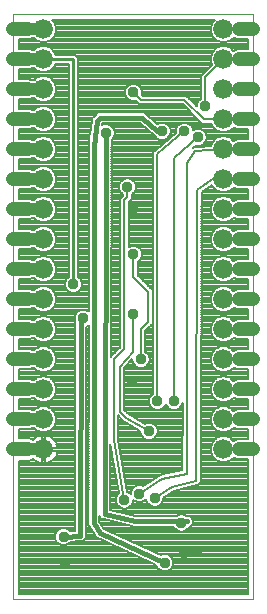
<source format=gbl>
G75*
%MOIN*%
%OFA0B0*%
%FSLAX25Y25*%
%IPPOS*%
%LPD*%
%AMOC8*
5,1,8,0,0,1.08239X$1,22.5*
%
%ADD10C,0.00000*%
%ADD11C,0.06600*%
%ADD12C,0.04724*%
%ADD13C,0.03762*%
%ADD14C,0.00800*%
%ADD15C,0.04000*%
%ADD16C,0.01000*%
%ADD17C,0.01200*%
%ADD18C,0.01600*%
D10*
X0005050Y0028010D02*
X0005050Y0223010D01*
X0085050Y0223010D01*
X0085050Y0028010D01*
X0005050Y0028010D01*
D11*
X0015050Y0078010D03*
X0015050Y0088010D03*
X0015050Y0098010D03*
X0015050Y0108010D03*
X0015050Y0118010D03*
X0015050Y0128010D03*
X0015050Y0138010D03*
X0015050Y0148010D03*
X0015050Y0158010D03*
X0015050Y0168010D03*
X0015050Y0178010D03*
X0015050Y0188010D03*
X0015050Y0198010D03*
X0015050Y0208010D03*
X0015050Y0218010D03*
X0075050Y0218010D03*
X0075050Y0208010D03*
X0075050Y0198010D03*
X0075050Y0188010D03*
X0075050Y0178010D03*
X0075050Y0168010D03*
X0075050Y0158010D03*
X0075050Y0148010D03*
X0075050Y0138010D03*
X0075050Y0128010D03*
X0075050Y0118010D03*
X0075050Y0108010D03*
X0075050Y0098010D03*
X0075050Y0088010D03*
X0075050Y0078010D03*
D12*
X0080326Y0078010D02*
X0085050Y0078010D01*
X0085050Y0088010D02*
X0080326Y0088010D01*
X0080326Y0098010D02*
X0085050Y0098010D01*
X0085050Y0108010D02*
X0080326Y0108010D01*
X0080326Y0118010D02*
X0085050Y0118010D01*
X0085050Y0128010D02*
X0080326Y0128010D01*
X0080326Y0138010D02*
X0085050Y0138010D01*
X0085050Y0148010D02*
X0080326Y0148010D01*
X0080326Y0158010D02*
X0085050Y0158010D01*
X0085050Y0168010D02*
X0080326Y0168010D01*
X0080326Y0178010D02*
X0085050Y0178010D01*
X0085050Y0188010D02*
X0080326Y0188010D01*
X0080326Y0198010D02*
X0085050Y0198010D01*
X0085050Y0208010D02*
X0080326Y0208010D01*
X0080326Y0218010D02*
X0085050Y0218010D01*
X0009774Y0218010D02*
X0005050Y0218010D01*
X0005050Y0208010D02*
X0009774Y0208010D01*
X0009774Y0198010D02*
X0005050Y0198010D01*
X0005050Y0188010D02*
X0009774Y0188010D01*
X0009774Y0178010D02*
X0005050Y0178010D01*
X0005050Y0168010D02*
X0009774Y0168010D01*
X0009774Y0158010D02*
X0005050Y0158010D01*
X0005050Y0148010D02*
X0009774Y0148010D01*
X0009774Y0138010D02*
X0005050Y0138010D01*
X0005050Y0128010D02*
X0009774Y0128010D01*
X0009774Y0118010D02*
X0005050Y0118010D01*
X0005050Y0108010D02*
X0009774Y0108010D01*
X0009774Y0098010D02*
X0005050Y0098010D01*
X0005050Y0088010D02*
X0009774Y0088010D01*
X0009774Y0078010D02*
X0005050Y0078010D01*
D13*
X0021750Y0048910D03*
X0022350Y0040010D03*
X0042050Y0061110D03*
X0047050Y0063210D03*
X0052150Y0061810D03*
X0050250Y0084010D03*
X0053050Y0094010D03*
X0058550Y0094010D03*
X0047550Y0108010D03*
X0044550Y0100510D03*
X0045050Y0123010D03*
X0045050Y0143010D03*
X0045050Y0158010D03*
X0043050Y0165510D03*
X0035950Y0183510D03*
X0045050Y0197010D03*
X0054550Y0184010D03*
X0062050Y0184010D03*
X0066550Y0182010D03*
X0069050Y0192510D03*
X0028350Y0121710D03*
X0025050Y0133010D03*
X0061050Y0053510D03*
X0061950Y0043310D03*
X0055450Y0040210D03*
D14*
X0056659Y0037592D02*
X0083150Y0037592D01*
X0083150Y0038390D02*
X0057705Y0038390D01*
X0057892Y0038578D02*
X0058331Y0039637D01*
X0058331Y0040783D01*
X0057892Y0041842D01*
X0057082Y0042652D01*
X0056023Y0043091D01*
X0054877Y0043091D01*
X0054161Y0042794D01*
X0035174Y0051626D01*
X0033651Y0053946D01*
X0033654Y0055765D01*
X0034020Y0055395D01*
X0034294Y0054942D01*
X0034528Y0054884D01*
X0034697Y0054713D01*
X0035227Y0054711D01*
X0044631Y0052383D01*
X0044804Y0052210D01*
X0045331Y0052210D01*
X0045841Y0052083D01*
X0046051Y0052210D01*
X0058470Y0052210D01*
X0058608Y0051878D01*
X0059418Y0051067D01*
X0060477Y0050629D01*
X0061623Y0050629D01*
X0062682Y0051067D01*
X0063492Y0051878D01*
X0063630Y0052210D01*
X0063796Y0052210D01*
X0063970Y0052385D01*
X0064210Y0052444D01*
X0064479Y0052894D01*
X0064850Y0053264D01*
X0064850Y0053511D01*
X0064977Y0053723D01*
X0064850Y0054231D01*
X0064850Y0054755D01*
X0064675Y0054930D01*
X0064615Y0055170D01*
X0064166Y0055439D01*
X0063796Y0055810D01*
X0063549Y0055810D01*
X0063337Y0055937D01*
X0062828Y0055810D01*
X0062824Y0055810D01*
X0062682Y0055952D01*
X0061623Y0056391D01*
X0060477Y0056391D01*
X0059418Y0055952D01*
X0059276Y0055810D01*
X0045769Y0055810D01*
X0037256Y0057917D01*
X0037342Y0079798D01*
X0040232Y0063366D01*
X0039608Y0062742D01*
X0039169Y0061683D01*
X0039169Y0060537D01*
X0039608Y0059478D01*
X0040418Y0058667D01*
X0041477Y0058229D01*
X0042623Y0058229D01*
X0043682Y0058667D01*
X0044492Y0059478D01*
X0044931Y0060537D01*
X0044931Y0061254D01*
X0045418Y0060767D01*
X0046477Y0060329D01*
X0047623Y0060329D01*
X0048682Y0060767D01*
X0049269Y0061354D01*
X0049269Y0061237D01*
X0049708Y0060178D01*
X0050518Y0059367D01*
X0051577Y0058929D01*
X0052723Y0058929D01*
X0053782Y0059367D01*
X0054592Y0060178D01*
X0055031Y0061237D01*
X0055031Y0061936D01*
X0058416Y0064015D01*
X0066241Y0066209D01*
X0066626Y0066208D01*
X0066779Y0066360D01*
X0066986Y0066418D01*
X0067175Y0066754D01*
X0067448Y0067026D01*
X0067449Y0067241D01*
X0067555Y0067430D01*
X0067451Y0067800D01*
X0067748Y0163788D01*
X0071141Y0166211D01*
X0071405Y0165574D01*
X0072614Y0164364D01*
X0074195Y0163710D01*
X0075905Y0163710D01*
X0077486Y0164364D01*
X0078351Y0165230D01*
X0078421Y0165159D01*
X0079657Y0164648D01*
X0083150Y0164648D01*
X0083150Y0161372D01*
X0079657Y0161372D01*
X0078421Y0160860D01*
X0078351Y0160790D01*
X0077486Y0161655D01*
X0075905Y0162310D01*
X0074195Y0162310D01*
X0072614Y0161655D01*
X0071405Y0160446D01*
X0070750Y0158865D01*
X0070750Y0157155D01*
X0071405Y0155574D01*
X0072614Y0154364D01*
X0074195Y0153710D01*
X0075905Y0153710D01*
X0077486Y0154364D01*
X0078351Y0155230D01*
X0078421Y0155159D01*
X0079657Y0154648D01*
X0083150Y0154648D01*
X0083150Y0151372D01*
X0079657Y0151372D01*
X0078421Y0150860D01*
X0078351Y0150790D01*
X0077486Y0151655D01*
X0075905Y0152310D01*
X0074195Y0152310D01*
X0072614Y0151655D01*
X0071405Y0150446D01*
X0070750Y0148865D01*
X0070750Y0147155D01*
X0071405Y0145574D01*
X0072614Y0144364D01*
X0074195Y0143710D01*
X0075905Y0143710D01*
X0077486Y0144364D01*
X0078351Y0145230D01*
X0078421Y0145159D01*
X0079657Y0144648D01*
X0083150Y0144648D01*
X0083150Y0141372D01*
X0079657Y0141372D01*
X0078421Y0140860D01*
X0078351Y0140790D01*
X0077486Y0141655D01*
X0075905Y0142310D01*
X0074195Y0142310D01*
X0072614Y0141655D01*
X0071405Y0140446D01*
X0070750Y0138865D01*
X0070750Y0137155D01*
X0071405Y0135574D01*
X0072614Y0134364D01*
X0074195Y0133710D01*
X0075905Y0133710D01*
X0077486Y0134364D01*
X0078351Y0135230D01*
X0078421Y0135159D01*
X0079657Y0134648D01*
X0083150Y0134648D01*
X0083150Y0131372D01*
X0079657Y0131372D01*
X0078421Y0130860D01*
X0078351Y0130790D01*
X0077486Y0131655D01*
X0075905Y0132310D01*
X0074195Y0132310D01*
X0072614Y0131655D01*
X0071405Y0130446D01*
X0070750Y0128865D01*
X0070750Y0127155D01*
X0071405Y0125574D01*
X0072614Y0124364D01*
X0074195Y0123710D01*
X0075905Y0123710D01*
X0077486Y0124364D01*
X0078351Y0125230D01*
X0078421Y0125159D01*
X0079657Y0124648D01*
X0083150Y0124648D01*
X0083150Y0121372D01*
X0079657Y0121372D01*
X0078421Y0120860D01*
X0078351Y0120790D01*
X0077486Y0121655D01*
X0075905Y0122310D01*
X0074195Y0122310D01*
X0072614Y0121655D01*
X0071405Y0120446D01*
X0070750Y0118865D01*
X0070750Y0117155D01*
X0071405Y0115574D01*
X0072614Y0114364D01*
X0074195Y0113710D01*
X0075905Y0113710D01*
X0077486Y0114364D01*
X0078351Y0115230D01*
X0078421Y0115159D01*
X0079657Y0114648D01*
X0083150Y0114648D01*
X0083150Y0111372D01*
X0079657Y0111372D01*
X0078421Y0110860D01*
X0078351Y0110790D01*
X0077486Y0111655D01*
X0075905Y0112310D01*
X0074195Y0112310D01*
X0072614Y0111655D01*
X0071405Y0110446D01*
X0070750Y0108865D01*
X0070750Y0107155D01*
X0071405Y0105574D01*
X0072614Y0104364D01*
X0074195Y0103710D01*
X0075905Y0103710D01*
X0077486Y0104364D01*
X0078351Y0105230D01*
X0078421Y0105159D01*
X0079657Y0104648D01*
X0083150Y0104648D01*
X0083150Y0101372D01*
X0079657Y0101372D01*
X0078421Y0100860D01*
X0078351Y0100790D01*
X0077486Y0101655D01*
X0075905Y0102310D01*
X0074195Y0102310D01*
X0072614Y0101655D01*
X0071405Y0100446D01*
X0070750Y0098865D01*
X0070750Y0097155D01*
X0071405Y0095574D01*
X0072614Y0094364D01*
X0074195Y0093710D01*
X0075905Y0093710D01*
X0077486Y0094364D01*
X0078351Y0095230D01*
X0078421Y0095159D01*
X0079657Y0094648D01*
X0083150Y0094648D01*
X0083150Y0091372D01*
X0079657Y0091372D01*
X0078421Y0090860D01*
X0078351Y0090790D01*
X0077486Y0091655D01*
X0075905Y0092310D01*
X0074195Y0092310D01*
X0072614Y0091655D01*
X0071405Y0090446D01*
X0070750Y0088865D01*
X0070750Y0087155D01*
X0071405Y0085574D01*
X0072614Y0084364D01*
X0074195Y0083710D01*
X0075905Y0083710D01*
X0077486Y0084364D01*
X0078351Y0085230D01*
X0078421Y0085159D01*
X0079657Y0084648D01*
X0083150Y0084648D01*
X0083150Y0081372D01*
X0079657Y0081372D01*
X0078421Y0080860D01*
X0078351Y0080790D01*
X0077486Y0081655D01*
X0075905Y0082310D01*
X0074195Y0082310D01*
X0072614Y0081655D01*
X0071405Y0080446D01*
X0070750Y0078865D01*
X0070750Y0077155D01*
X0071405Y0075574D01*
X0072614Y0074364D01*
X0074195Y0073710D01*
X0075905Y0073710D01*
X0077486Y0074364D01*
X0078351Y0075230D01*
X0078421Y0075159D01*
X0079657Y0074648D01*
X0083150Y0074648D01*
X0083150Y0029910D01*
X0006950Y0029910D01*
X0006950Y0074248D01*
X0010145Y0074248D01*
X0010872Y0074392D01*
X0011556Y0074676D01*
X0011665Y0074748D01*
X0011988Y0074425D01*
X0012587Y0073990D01*
X0013246Y0073654D01*
X0013949Y0073426D01*
X0014650Y0073315D01*
X0014650Y0077610D01*
X0013531Y0077610D01*
X0013533Y0077622D01*
X0006950Y0077622D01*
X0006950Y0078397D01*
X0013533Y0078397D01*
X0013531Y0078410D01*
X0014650Y0078410D01*
X0014650Y0082705D01*
X0013949Y0082594D01*
X0013246Y0082365D01*
X0012587Y0082030D01*
X0011988Y0081595D01*
X0011665Y0081271D01*
X0011556Y0081344D01*
X0010872Y0081627D01*
X0010145Y0081772D01*
X0006950Y0081772D01*
X0006950Y0084648D01*
X0010443Y0084648D01*
X0011318Y0085010D01*
X0011969Y0085010D01*
X0012614Y0084364D01*
X0014195Y0083710D01*
X0015905Y0083710D01*
X0017486Y0084364D01*
X0018695Y0085574D01*
X0019350Y0087155D01*
X0019350Y0088865D01*
X0018695Y0090446D01*
X0017486Y0091655D01*
X0015905Y0092310D01*
X0014195Y0092310D01*
X0012614Y0091655D01*
X0011969Y0091010D01*
X0011318Y0091010D01*
X0010443Y0091372D01*
X0006950Y0091372D01*
X0006950Y0094648D01*
X0010443Y0094648D01*
X0011318Y0095010D01*
X0011969Y0095010D01*
X0012614Y0094364D01*
X0014195Y0093710D01*
X0015905Y0093710D01*
X0017486Y0094364D01*
X0018695Y0095574D01*
X0019350Y0097155D01*
X0019350Y0098865D01*
X0018695Y0100446D01*
X0017486Y0101655D01*
X0015905Y0102310D01*
X0014195Y0102310D01*
X0012614Y0101655D01*
X0011969Y0101010D01*
X0011318Y0101010D01*
X0010443Y0101372D01*
X0006950Y0101372D01*
X0006950Y0104648D01*
X0010443Y0104648D01*
X0011318Y0105010D01*
X0011969Y0105010D01*
X0012614Y0104364D01*
X0014195Y0103710D01*
X0015905Y0103710D01*
X0017486Y0104364D01*
X0018695Y0105574D01*
X0019350Y0107155D01*
X0019350Y0108865D01*
X0018695Y0110446D01*
X0017486Y0111655D01*
X0015905Y0112310D01*
X0014195Y0112310D01*
X0012614Y0111655D01*
X0011969Y0111010D01*
X0011318Y0111010D01*
X0010443Y0111372D01*
X0006950Y0111372D01*
X0006950Y0114648D01*
X0010443Y0114648D01*
X0011318Y0115010D01*
X0011969Y0115010D01*
X0012614Y0114364D01*
X0014195Y0113710D01*
X0015905Y0113710D01*
X0017486Y0114364D01*
X0018695Y0115574D01*
X0019350Y0117155D01*
X0019350Y0118865D01*
X0018695Y0120446D01*
X0017486Y0121655D01*
X0015905Y0122310D01*
X0014195Y0122310D01*
X0012614Y0121655D01*
X0011969Y0121010D01*
X0011318Y0121010D01*
X0010443Y0121372D01*
X0006950Y0121372D01*
X0006950Y0124648D01*
X0010443Y0124648D01*
X0011318Y0125010D01*
X0011969Y0125010D01*
X0012614Y0124364D01*
X0014195Y0123710D01*
X0015905Y0123710D01*
X0017486Y0124364D01*
X0018695Y0125574D01*
X0019350Y0127155D01*
X0019350Y0128865D01*
X0018695Y0130446D01*
X0017486Y0131655D01*
X0015905Y0132310D01*
X0014195Y0132310D01*
X0012614Y0131655D01*
X0011969Y0131010D01*
X0011318Y0131010D01*
X0010443Y0131372D01*
X0006950Y0131372D01*
X0006950Y0134648D01*
X0010443Y0134648D01*
X0011318Y0135010D01*
X0011969Y0135010D01*
X0012614Y0134364D01*
X0014195Y0133710D01*
X0015905Y0133710D01*
X0017486Y0134364D01*
X0018695Y0135574D01*
X0019350Y0137155D01*
X0019350Y0138865D01*
X0018695Y0140446D01*
X0017486Y0141655D01*
X0015905Y0142310D01*
X0014195Y0142310D01*
X0012614Y0141655D01*
X0011969Y0141010D01*
X0011318Y0141010D01*
X0010443Y0141372D01*
X0006950Y0141372D01*
X0006950Y0144648D01*
X0010443Y0144648D01*
X0011318Y0145010D01*
X0011969Y0145010D01*
X0012614Y0144364D01*
X0014195Y0143710D01*
X0015905Y0143710D01*
X0017486Y0144364D01*
X0018695Y0145574D01*
X0019350Y0147155D01*
X0019350Y0148865D01*
X0018695Y0150446D01*
X0017486Y0151655D01*
X0015905Y0152310D01*
X0014195Y0152310D01*
X0012614Y0151655D01*
X0011969Y0151010D01*
X0011318Y0151010D01*
X0010443Y0151372D01*
X0006950Y0151372D01*
X0006950Y0154648D01*
X0010443Y0154648D01*
X0011318Y0155010D01*
X0011969Y0155010D01*
X0012614Y0154364D01*
X0014195Y0153710D01*
X0015905Y0153710D01*
X0017486Y0154364D01*
X0018695Y0155574D01*
X0019350Y0157155D01*
X0019350Y0158865D01*
X0018695Y0160446D01*
X0017486Y0161655D01*
X0015905Y0162310D01*
X0014195Y0162310D01*
X0012614Y0161655D01*
X0011969Y0161010D01*
X0011318Y0161010D01*
X0010443Y0161372D01*
X0006950Y0161372D01*
X0006950Y0164648D01*
X0010443Y0164648D01*
X0011318Y0165010D01*
X0011969Y0165010D01*
X0012614Y0164364D01*
X0014195Y0163710D01*
X0015905Y0163710D01*
X0017486Y0164364D01*
X0018695Y0165574D01*
X0019350Y0167155D01*
X0019350Y0168865D01*
X0018695Y0170446D01*
X0017486Y0171655D01*
X0015905Y0172310D01*
X0014195Y0172310D01*
X0012614Y0171655D01*
X0011969Y0171010D01*
X0011318Y0171010D01*
X0010443Y0171372D01*
X0006950Y0171372D01*
X0006950Y0174648D01*
X0010443Y0174648D01*
X0011318Y0175010D01*
X0011969Y0175010D01*
X0012614Y0174364D01*
X0014195Y0173710D01*
X0015905Y0173710D01*
X0017486Y0174364D01*
X0018695Y0175574D01*
X0019350Y0177155D01*
X0019350Y0178865D01*
X0018695Y0180446D01*
X0017486Y0181655D01*
X0015905Y0182310D01*
X0014195Y0182310D01*
X0012614Y0181655D01*
X0011969Y0181010D01*
X0011318Y0181010D01*
X0010443Y0181372D01*
X0006950Y0181372D01*
X0006950Y0184648D01*
X0010443Y0184648D01*
X0011318Y0185010D01*
X0011969Y0185010D01*
X0012614Y0184364D01*
X0014195Y0183710D01*
X0015905Y0183710D01*
X0017486Y0184364D01*
X0018695Y0185574D01*
X0019350Y0187155D01*
X0019350Y0188865D01*
X0018695Y0190446D01*
X0017486Y0191655D01*
X0015905Y0192310D01*
X0014195Y0192310D01*
X0012614Y0191655D01*
X0011969Y0191010D01*
X0011318Y0191010D01*
X0010443Y0191372D01*
X0006950Y0191372D01*
X0006950Y0194648D01*
X0010443Y0194648D01*
X0011318Y0195010D01*
X0011969Y0195010D01*
X0012614Y0194364D01*
X0014195Y0193710D01*
X0015905Y0193710D01*
X0017486Y0194364D01*
X0018695Y0195574D01*
X0019350Y0197155D01*
X0019350Y0198865D01*
X0018695Y0200446D01*
X0017486Y0201655D01*
X0015905Y0202310D01*
X0014195Y0202310D01*
X0012614Y0201655D01*
X0011969Y0201010D01*
X0011318Y0201010D01*
X0010443Y0201372D01*
X0006950Y0201372D01*
X0006950Y0204648D01*
X0010443Y0204648D01*
X0011318Y0205010D01*
X0011969Y0205010D01*
X0012614Y0204364D01*
X0014195Y0203710D01*
X0015905Y0203710D01*
X0017486Y0204364D01*
X0018695Y0205574D01*
X0019083Y0206510D01*
X0023550Y0206510D01*
X0023550Y0135507D01*
X0023418Y0135452D01*
X0022608Y0134642D01*
X0022169Y0133583D01*
X0022169Y0132437D01*
X0022608Y0131378D01*
X0023418Y0130567D01*
X0024477Y0130129D01*
X0025623Y0130129D01*
X0026682Y0130567D01*
X0027492Y0131378D01*
X0027931Y0132437D01*
X0027931Y0133583D01*
X0027492Y0134642D01*
X0026682Y0135452D01*
X0026550Y0135507D01*
X0026550Y0208631D01*
X0025671Y0209510D01*
X0019083Y0209510D01*
X0018695Y0210446D01*
X0017486Y0211655D01*
X0015905Y0212310D01*
X0014195Y0212310D01*
X0012614Y0211655D01*
X0011969Y0211010D01*
X0011318Y0211010D01*
X0010443Y0211372D01*
X0006950Y0211372D01*
X0006950Y0214648D01*
X0010443Y0214648D01*
X0011318Y0215010D01*
X0011969Y0215010D01*
X0012614Y0214364D01*
X0014195Y0213710D01*
X0015905Y0213710D01*
X0017486Y0214364D01*
X0018695Y0215574D01*
X0019350Y0217155D01*
X0019350Y0218865D01*
X0018695Y0220446D01*
X0018031Y0221110D01*
X0072069Y0221110D01*
X0071405Y0220446D01*
X0070750Y0218865D01*
X0070750Y0217155D01*
X0071405Y0215574D01*
X0072614Y0214364D01*
X0074195Y0213710D01*
X0075905Y0213710D01*
X0077486Y0214364D01*
X0078351Y0215230D01*
X0078421Y0215159D01*
X0079657Y0214648D01*
X0083150Y0214648D01*
X0083150Y0211372D01*
X0079657Y0211372D01*
X0078421Y0210860D01*
X0078351Y0210790D01*
X0077486Y0211655D01*
X0075905Y0212310D01*
X0074195Y0212310D01*
X0072614Y0211655D01*
X0071405Y0210446D01*
X0070750Y0208865D01*
X0070750Y0207155D01*
X0071179Y0206119D01*
X0067650Y0202590D01*
X0067650Y0195048D01*
X0067418Y0194952D01*
X0066608Y0194142D01*
X0066169Y0193083D01*
X0066169Y0192371D01*
X0063450Y0195090D01*
X0062630Y0195910D01*
X0048130Y0195910D01*
X0047835Y0196205D01*
X0047931Y0196437D01*
X0047931Y0197583D01*
X0047492Y0198642D01*
X0046682Y0199452D01*
X0045623Y0199891D01*
X0044477Y0199891D01*
X0043418Y0199452D01*
X0042608Y0198642D01*
X0042169Y0197583D01*
X0042169Y0196437D01*
X0042608Y0195378D01*
X0043418Y0194567D01*
X0044477Y0194129D01*
X0045623Y0194129D01*
X0045855Y0194225D01*
X0046970Y0193110D01*
X0061470Y0193110D01*
X0067970Y0186610D01*
X0070976Y0186610D01*
X0071405Y0185574D01*
X0072614Y0184364D01*
X0074195Y0183710D01*
X0075905Y0183710D01*
X0077486Y0184364D01*
X0078351Y0185230D01*
X0078421Y0185159D01*
X0079657Y0184648D01*
X0083150Y0184648D01*
X0083150Y0181372D01*
X0079657Y0181372D01*
X0078421Y0180860D01*
X0078351Y0180790D01*
X0077486Y0181655D01*
X0075905Y0182310D01*
X0074195Y0182310D01*
X0072614Y0181655D01*
X0071405Y0180446D01*
X0070849Y0179104D01*
X0065922Y0178741D01*
X0065835Y0178798D01*
X0065356Y0178699D01*
X0064869Y0178663D01*
X0064801Y0178585D01*
X0064750Y0178574D01*
X0065574Y0179296D01*
X0065977Y0179129D01*
X0067123Y0179129D01*
X0068182Y0179567D01*
X0068992Y0180378D01*
X0069431Y0181437D01*
X0069431Y0182583D01*
X0068992Y0183642D01*
X0068182Y0184452D01*
X0067123Y0184891D01*
X0065977Y0184891D01*
X0064931Y0184458D01*
X0064931Y0184583D01*
X0064492Y0185642D01*
X0063682Y0186452D01*
X0062623Y0186891D01*
X0061477Y0186891D01*
X0060418Y0186452D01*
X0059608Y0185642D01*
X0059169Y0184583D01*
X0059169Y0183437D01*
X0059171Y0183433D01*
X0052543Y0177910D01*
X0052470Y0177910D01*
X0052105Y0177545D01*
X0051708Y0177214D01*
X0051702Y0177141D01*
X0051650Y0177090D01*
X0051650Y0176573D01*
X0051603Y0176059D01*
X0051650Y0176003D01*
X0051650Y0096548D01*
X0051418Y0096452D01*
X0050608Y0095642D01*
X0050169Y0094583D01*
X0050169Y0093437D01*
X0050608Y0092378D01*
X0051418Y0091567D01*
X0052477Y0091129D01*
X0053623Y0091129D01*
X0054682Y0091567D01*
X0055492Y0092378D01*
X0055800Y0093120D01*
X0056108Y0092378D01*
X0056918Y0091567D01*
X0057977Y0091129D01*
X0059123Y0091129D01*
X0060182Y0091567D01*
X0060992Y0092378D01*
X0061418Y0093405D01*
X0061353Y0071047D01*
X0054648Y0069640D01*
X0054365Y0069698D01*
X0054102Y0069525D01*
X0053795Y0069461D01*
X0053637Y0069219D01*
X0048396Y0065771D01*
X0047623Y0066091D01*
X0046477Y0066091D01*
X0045418Y0065652D01*
X0044608Y0064842D01*
X0044169Y0063783D01*
X0044169Y0063065D01*
X0043682Y0063552D01*
X0042992Y0063838D01*
X0039950Y0081132D01*
X0039950Y0089314D01*
X0041282Y0087912D01*
X0041334Y0087705D01*
X0041667Y0087506D01*
X0041934Y0087225D01*
X0042147Y0087220D01*
X0047369Y0084100D01*
X0047369Y0083437D01*
X0047808Y0082378D01*
X0048618Y0081567D01*
X0049677Y0081129D01*
X0050823Y0081129D01*
X0051882Y0081567D01*
X0052692Y0082378D01*
X0053131Y0083437D01*
X0053131Y0084583D01*
X0052692Y0085642D01*
X0051882Y0086452D01*
X0050823Y0086891D01*
X0049677Y0086891D01*
X0048779Y0086519D01*
X0043433Y0089713D01*
X0042046Y0091173D01*
X0041954Y0104977D01*
X0044669Y0107994D01*
X0044669Y0107437D01*
X0045108Y0106378D01*
X0045918Y0105567D01*
X0046977Y0105129D01*
X0048123Y0105129D01*
X0049182Y0105567D01*
X0049992Y0106378D01*
X0050431Y0107437D01*
X0050431Y0108583D01*
X0049992Y0109642D01*
X0049182Y0110452D01*
X0048950Y0110548D01*
X0048950Y0117430D01*
X0050630Y0119110D01*
X0051450Y0119930D01*
X0051450Y0131090D01*
X0046450Y0136090D01*
X0046450Y0140471D01*
X0046682Y0140567D01*
X0047492Y0141378D01*
X0047931Y0142437D01*
X0047931Y0143583D01*
X0047492Y0144642D01*
X0046682Y0145452D01*
X0045623Y0145891D01*
X0044477Y0145891D01*
X0043450Y0145466D01*
X0043450Y0160430D01*
X0043630Y0160610D01*
X0044450Y0161430D01*
X0044450Y0162971D01*
X0044682Y0163067D01*
X0045492Y0163878D01*
X0045931Y0164937D01*
X0045931Y0166083D01*
X0045492Y0167142D01*
X0044682Y0167952D01*
X0043623Y0168391D01*
X0042477Y0168391D01*
X0041418Y0167952D01*
X0040608Y0167142D01*
X0040169Y0166083D01*
X0040169Y0164937D01*
X0040608Y0163878D01*
X0041418Y0163067D01*
X0041650Y0162971D01*
X0041650Y0162590D01*
X0041470Y0162410D01*
X0040650Y0161590D01*
X0040650Y0112090D01*
X0037970Y0109410D01*
X0037456Y0108896D01*
X0037741Y0181226D01*
X0038392Y0181878D01*
X0038831Y0182937D01*
X0038831Y0184083D01*
X0038392Y0185142D01*
X0037582Y0185952D01*
X0036523Y0186391D01*
X0035377Y0186391D01*
X0034553Y0186050D01*
X0034643Y0186658D01*
X0034696Y0186710D01*
X0047359Y0186710D01*
X0051811Y0182704D01*
X0052087Y0182427D01*
X0052108Y0182378D01*
X0052918Y0181567D01*
X0053977Y0181129D01*
X0055123Y0181129D01*
X0056182Y0181567D01*
X0056992Y0182378D01*
X0057431Y0183437D01*
X0057431Y0184583D01*
X0056992Y0185642D01*
X0056182Y0186452D01*
X0055123Y0186891D01*
X0053977Y0186891D01*
X0052993Y0186483D01*
X0049289Y0189816D01*
X0048796Y0190310D01*
X0048741Y0190310D01*
X0048700Y0190347D01*
X0048003Y0190310D01*
X0033204Y0190310D01*
X0032150Y0189255D01*
X0031771Y0188876D01*
X0031279Y0188511D01*
X0031257Y0188362D01*
X0031150Y0188255D01*
X0031150Y0187642D01*
X0030461Y0182993D01*
X0030374Y0182911D01*
X0030354Y0182270D01*
X0030260Y0181636D01*
X0030331Y0181540D01*
X0030273Y0179680D01*
X0030251Y0179658D01*
X0030250Y0178939D01*
X0030228Y0178221D01*
X0030249Y0178198D01*
X0030162Y0123972D01*
X0029982Y0124152D01*
X0028923Y0124591D01*
X0027777Y0124591D01*
X0026718Y0124152D01*
X0025908Y0123342D01*
X0025469Y0122283D01*
X0025469Y0121137D01*
X0025721Y0120528D01*
X0025651Y0120458D01*
X0025650Y0119909D01*
X0025531Y0119372D01*
X0025649Y0119187D01*
X0025552Y0050847D01*
X0023945Y0050789D01*
X0023382Y0051352D01*
X0022323Y0051791D01*
X0021177Y0051791D01*
X0020118Y0051352D01*
X0019308Y0050542D01*
X0018869Y0049483D01*
X0018869Y0048337D01*
X0019308Y0047278D01*
X0020118Y0046467D01*
X0021177Y0046029D01*
X0022323Y0046029D01*
X0023382Y0046467D01*
X0024108Y0047193D01*
X0027381Y0047310D01*
X0028093Y0047309D01*
X0028121Y0047336D01*
X0028159Y0047338D01*
X0028645Y0047859D01*
X0029149Y0048362D01*
X0029149Y0048401D01*
X0029175Y0048429D01*
X0029150Y0049141D01*
X0029249Y0118964D01*
X0029982Y0119267D01*
X0030155Y0119441D01*
X0030050Y0053596D01*
X0029936Y0053046D01*
X0030049Y0052873D01*
X0030049Y0052667D01*
X0030446Y0052269D01*
X0032331Y0049397D01*
X0032515Y0048892D01*
X0032726Y0048794D01*
X0032854Y0048599D01*
X0033380Y0048490D01*
X0052606Y0039548D01*
X0053008Y0038578D01*
X0053818Y0037767D01*
X0054877Y0037329D01*
X0056023Y0037329D01*
X0057082Y0037767D01*
X0057892Y0038578D01*
X0058146Y0039189D02*
X0083150Y0039189D01*
X0083150Y0039988D02*
X0058331Y0039988D01*
X0058330Y0040786D02*
X0083150Y0040786D01*
X0083150Y0041585D02*
X0057999Y0041585D01*
X0057351Y0042383D02*
X0083150Y0042383D01*
X0083150Y0043182D02*
X0053329Y0043182D01*
X0051660Y0039988D02*
X0006950Y0039988D01*
X0006950Y0040786D02*
X0049943Y0040786D01*
X0048226Y0041585D02*
X0006950Y0041585D01*
X0006950Y0042383D02*
X0046509Y0042383D01*
X0044793Y0043182D02*
X0006950Y0043182D01*
X0006950Y0043980D02*
X0043076Y0043980D01*
X0041359Y0044779D02*
X0006950Y0044779D01*
X0006950Y0045577D02*
X0039642Y0045577D01*
X0039595Y0049570D02*
X0083150Y0049570D01*
X0083150Y0050368D02*
X0037878Y0050368D01*
X0036641Y0054361D02*
X0033651Y0054361D01*
X0033653Y0055159D02*
X0034163Y0055159D01*
X0033903Y0053562D02*
X0039867Y0053562D01*
X0041946Y0056756D02*
X0083150Y0056756D01*
X0083150Y0055958D02*
X0062669Y0055958D01*
X0064618Y0055159D02*
X0083150Y0055159D01*
X0083150Y0054361D02*
X0064850Y0054361D01*
X0064881Y0053562D02*
X0083150Y0053562D01*
X0083150Y0052764D02*
X0064401Y0052764D01*
X0063529Y0051965D02*
X0083150Y0051965D01*
X0083150Y0051167D02*
X0062781Y0051167D01*
X0059319Y0051167D02*
X0036161Y0051167D01*
X0034951Y0051965D02*
X0058571Y0051965D01*
X0059431Y0055958D02*
X0045172Y0055958D01*
X0044166Y0059152D02*
X0051038Y0059152D01*
X0049935Y0059950D02*
X0044688Y0059950D01*
X0044931Y0060749D02*
X0045463Y0060749D01*
X0047050Y0063210D02*
X0054650Y0068210D01*
X0062750Y0069910D01*
X0063050Y0173510D01*
X0065550Y0177310D01*
X0075050Y0178010D01*
X0073742Y0182123D02*
X0069431Y0182123D01*
X0069384Y0181324D02*
X0072283Y0181324D01*
X0071485Y0180526D02*
X0069054Y0180526D01*
X0068342Y0179727D02*
X0071107Y0179727D01*
X0069291Y0182921D02*
X0083150Y0182921D01*
X0083150Y0182123D02*
X0076358Y0182123D01*
X0075929Y0183720D02*
X0083150Y0183720D01*
X0083150Y0184518D02*
X0077639Y0184518D01*
X0077817Y0181324D02*
X0079541Y0181324D01*
X0075050Y0188010D02*
X0068550Y0188010D01*
X0062050Y0194510D01*
X0047550Y0194510D01*
X0045050Y0197010D01*
X0043991Y0199690D02*
X0026550Y0199690D01*
X0026550Y0200488D02*
X0067650Y0200488D01*
X0067650Y0199690D02*
X0046109Y0199690D01*
X0047243Y0198891D02*
X0067650Y0198891D01*
X0067650Y0198093D02*
X0047720Y0198093D01*
X0047931Y0197294D02*
X0067650Y0197294D01*
X0067650Y0196496D02*
X0047931Y0196496D01*
X0045980Y0194100D02*
X0026550Y0194100D01*
X0026550Y0193302D02*
X0046778Y0193302D01*
X0048998Y0190108D02*
X0064472Y0190108D01*
X0063674Y0190906D02*
X0026550Y0190906D01*
X0026550Y0190108D02*
X0033002Y0190108D01*
X0032204Y0189309D02*
X0026550Y0189309D01*
X0026550Y0188511D02*
X0031279Y0188511D01*
X0031150Y0187712D02*
X0026550Y0187712D01*
X0026550Y0186914D02*
X0031042Y0186914D01*
X0030924Y0186115D02*
X0026550Y0186115D01*
X0026550Y0185317D02*
X0030805Y0185317D01*
X0030687Y0184518D02*
X0026550Y0184518D01*
X0026550Y0183720D02*
X0030569Y0183720D01*
X0030385Y0182921D02*
X0026550Y0182921D01*
X0026550Y0182123D02*
X0030332Y0182123D01*
X0030325Y0181324D02*
X0026550Y0181324D01*
X0026550Y0180526D02*
X0030300Y0180526D01*
X0030275Y0179727D02*
X0026550Y0179727D01*
X0026550Y0178928D02*
X0030250Y0178928D01*
X0030249Y0178130D02*
X0026550Y0178130D01*
X0026550Y0177331D02*
X0030247Y0177331D01*
X0030246Y0176533D02*
X0026550Y0176533D01*
X0026550Y0175734D02*
X0030245Y0175734D01*
X0030244Y0174936D02*
X0026550Y0174936D01*
X0026550Y0174137D02*
X0030242Y0174137D01*
X0030241Y0173339D02*
X0026550Y0173339D01*
X0026550Y0172540D02*
X0030240Y0172540D01*
X0030239Y0171742D02*
X0026550Y0171742D01*
X0026550Y0170943D02*
X0030237Y0170943D01*
X0030236Y0170145D02*
X0026550Y0170145D01*
X0026550Y0169346D02*
X0030235Y0169346D01*
X0030233Y0168548D02*
X0026550Y0168548D01*
X0026550Y0167749D02*
X0030232Y0167749D01*
X0030231Y0166951D02*
X0026550Y0166951D01*
X0026550Y0166152D02*
X0030230Y0166152D01*
X0030228Y0165354D02*
X0026550Y0165354D01*
X0026550Y0164555D02*
X0030227Y0164555D01*
X0030226Y0163757D02*
X0026550Y0163757D01*
X0026550Y0162958D02*
X0030225Y0162958D01*
X0030223Y0162160D02*
X0026550Y0162160D01*
X0026550Y0161361D02*
X0030222Y0161361D01*
X0030221Y0160563D02*
X0026550Y0160563D01*
X0026550Y0159764D02*
X0030220Y0159764D01*
X0030218Y0158966D02*
X0026550Y0158966D01*
X0026550Y0158167D02*
X0030217Y0158167D01*
X0030216Y0157369D02*
X0026550Y0157369D01*
X0026550Y0156570D02*
X0030214Y0156570D01*
X0030213Y0155772D02*
X0026550Y0155772D01*
X0026550Y0154973D02*
X0030212Y0154973D01*
X0030211Y0154175D02*
X0026550Y0154175D01*
X0026550Y0153376D02*
X0030209Y0153376D01*
X0030208Y0152578D02*
X0026550Y0152578D01*
X0026550Y0151779D02*
X0030207Y0151779D01*
X0030205Y0150981D02*
X0026550Y0150981D01*
X0026550Y0150182D02*
X0030204Y0150182D01*
X0030203Y0149384D02*
X0026550Y0149384D01*
X0026550Y0148585D02*
X0030202Y0148585D01*
X0030200Y0147787D02*
X0026550Y0147787D01*
X0026550Y0146988D02*
X0030199Y0146988D01*
X0030198Y0146190D02*
X0026550Y0146190D01*
X0026550Y0145391D02*
X0030197Y0145391D01*
X0030195Y0144592D02*
X0026550Y0144592D01*
X0026550Y0143794D02*
X0030194Y0143794D01*
X0030193Y0142995D02*
X0026550Y0142995D01*
X0026550Y0142197D02*
X0030191Y0142197D01*
X0030190Y0141398D02*
X0026550Y0141398D01*
X0026550Y0140600D02*
X0030189Y0140600D01*
X0030188Y0139801D02*
X0026550Y0139801D01*
X0026550Y0139003D02*
X0030186Y0139003D01*
X0030185Y0138204D02*
X0026550Y0138204D01*
X0026550Y0137406D02*
X0030184Y0137406D01*
X0030183Y0136607D02*
X0026550Y0136607D01*
X0026550Y0135809D02*
X0030181Y0135809D01*
X0030180Y0135010D02*
X0027124Y0135010D01*
X0027671Y0134212D02*
X0030179Y0134212D01*
X0030177Y0133413D02*
X0027931Y0133413D01*
X0027931Y0132615D02*
X0030176Y0132615D01*
X0030175Y0131816D02*
X0027674Y0131816D01*
X0027132Y0131018D02*
X0030174Y0131018D01*
X0030172Y0130219D02*
X0025842Y0130219D01*
X0024258Y0130219D02*
X0018789Y0130219D01*
X0019120Y0129421D02*
X0030171Y0129421D01*
X0030170Y0128622D02*
X0019350Y0128622D01*
X0019350Y0127824D02*
X0030169Y0127824D01*
X0030167Y0127025D02*
X0019296Y0127025D01*
X0018966Y0126227D02*
X0030166Y0126227D01*
X0030165Y0125428D02*
X0018549Y0125428D01*
X0017751Y0124630D02*
X0030164Y0124630D01*
X0030155Y0119040D02*
X0029433Y0119040D01*
X0029248Y0118242D02*
X0030153Y0118242D01*
X0030152Y0117443D02*
X0029247Y0117443D01*
X0029246Y0116645D02*
X0030151Y0116645D01*
X0030150Y0115846D02*
X0029245Y0115846D01*
X0029243Y0115048D02*
X0030148Y0115048D01*
X0030147Y0114249D02*
X0029242Y0114249D01*
X0029241Y0113451D02*
X0030146Y0113451D01*
X0030144Y0112652D02*
X0029240Y0112652D01*
X0029239Y0111854D02*
X0030143Y0111854D01*
X0030142Y0111055D02*
X0029238Y0111055D01*
X0029237Y0110257D02*
X0030141Y0110257D01*
X0030139Y0109458D02*
X0029235Y0109458D01*
X0029234Y0108659D02*
X0030138Y0108659D01*
X0030137Y0107861D02*
X0029233Y0107861D01*
X0029232Y0107062D02*
X0030136Y0107062D01*
X0030134Y0106264D02*
X0029231Y0106264D01*
X0029230Y0105465D02*
X0030133Y0105465D01*
X0030132Y0104667D02*
X0029229Y0104667D01*
X0029228Y0103868D02*
X0030130Y0103868D01*
X0030129Y0103070D02*
X0029226Y0103070D01*
X0029225Y0102271D02*
X0030128Y0102271D01*
X0030127Y0101473D02*
X0029224Y0101473D01*
X0029223Y0100674D02*
X0030125Y0100674D01*
X0030124Y0099876D02*
X0029222Y0099876D01*
X0029221Y0099077D02*
X0030123Y0099077D01*
X0030122Y0098279D02*
X0029220Y0098279D01*
X0029218Y0097480D02*
X0030120Y0097480D01*
X0030119Y0096682D02*
X0029217Y0096682D01*
X0029216Y0095883D02*
X0030118Y0095883D01*
X0030116Y0095085D02*
X0029215Y0095085D01*
X0029214Y0094286D02*
X0030115Y0094286D01*
X0030114Y0093488D02*
X0029213Y0093488D01*
X0029212Y0092689D02*
X0030113Y0092689D01*
X0030111Y0091891D02*
X0029211Y0091891D01*
X0029209Y0091092D02*
X0030110Y0091092D01*
X0030109Y0090294D02*
X0029208Y0090294D01*
X0029207Y0089495D02*
X0030108Y0089495D01*
X0030106Y0088697D02*
X0029206Y0088697D01*
X0029205Y0087898D02*
X0030105Y0087898D01*
X0030104Y0087100D02*
X0029204Y0087100D01*
X0029203Y0086301D02*
X0030102Y0086301D01*
X0030101Y0085503D02*
X0029202Y0085503D01*
X0029200Y0084704D02*
X0030100Y0084704D01*
X0030099Y0083906D02*
X0029199Y0083906D01*
X0029198Y0083107D02*
X0030097Y0083107D01*
X0030096Y0082309D02*
X0029197Y0082309D01*
X0029196Y0081510D02*
X0030095Y0081510D01*
X0030094Y0080712D02*
X0029195Y0080712D01*
X0029194Y0079913D02*
X0030092Y0079913D01*
X0030091Y0079115D02*
X0029192Y0079115D01*
X0029191Y0078316D02*
X0030090Y0078316D01*
X0030088Y0077518D02*
X0029190Y0077518D01*
X0029189Y0076719D02*
X0030087Y0076719D01*
X0030086Y0075921D02*
X0029188Y0075921D01*
X0029187Y0075122D02*
X0030085Y0075122D01*
X0030083Y0074323D02*
X0029186Y0074323D01*
X0029185Y0073525D02*
X0030082Y0073525D01*
X0030081Y0072726D02*
X0029183Y0072726D01*
X0029182Y0071928D02*
X0030080Y0071928D01*
X0030078Y0071129D02*
X0029181Y0071129D01*
X0029180Y0070331D02*
X0030077Y0070331D01*
X0030076Y0069532D02*
X0029179Y0069532D01*
X0029178Y0068734D02*
X0030074Y0068734D01*
X0030073Y0067935D02*
X0029177Y0067935D01*
X0029176Y0067137D02*
X0030072Y0067137D01*
X0030071Y0066338D02*
X0029174Y0066338D01*
X0029173Y0065540D02*
X0030069Y0065540D01*
X0030068Y0064741D02*
X0029172Y0064741D01*
X0029171Y0063943D02*
X0030067Y0063943D01*
X0030066Y0063144D02*
X0029170Y0063144D01*
X0029169Y0062346D02*
X0030064Y0062346D01*
X0030063Y0061547D02*
X0029168Y0061547D01*
X0029166Y0060749D02*
X0030062Y0060749D01*
X0030060Y0059950D02*
X0029165Y0059950D01*
X0029164Y0059152D02*
X0030059Y0059152D01*
X0030058Y0058353D02*
X0029163Y0058353D01*
X0029162Y0057555D02*
X0030057Y0057555D01*
X0030055Y0056756D02*
X0029161Y0056756D01*
X0029160Y0055958D02*
X0030054Y0055958D01*
X0030053Y0055159D02*
X0029159Y0055159D01*
X0029157Y0054361D02*
X0030052Y0054361D01*
X0030043Y0053562D02*
X0029156Y0053562D01*
X0029155Y0052764D02*
X0030049Y0052764D01*
X0030645Y0051965D02*
X0029154Y0051965D01*
X0029153Y0051167D02*
X0031169Y0051167D01*
X0031693Y0050368D02*
X0029152Y0050368D01*
X0029151Y0049570D02*
X0032217Y0049570D01*
X0032741Y0048771D02*
X0029163Y0048771D01*
X0028759Y0047973D02*
X0034492Y0047973D01*
X0036209Y0047174D02*
X0024089Y0047174D01*
X0023160Y0046376D02*
X0037925Y0046376D01*
X0041311Y0048771D02*
X0083150Y0048771D01*
X0083150Y0047973D02*
X0043028Y0047973D01*
X0044745Y0047174D02*
X0083150Y0047174D01*
X0083150Y0046376D02*
X0046462Y0046376D01*
X0048178Y0045577D02*
X0083150Y0045577D01*
X0083150Y0044779D02*
X0049895Y0044779D01*
X0051612Y0043980D02*
X0083150Y0043980D01*
X0083150Y0036793D02*
X0006950Y0036793D01*
X0006950Y0035995D02*
X0083150Y0035995D01*
X0083150Y0035196D02*
X0006950Y0035196D01*
X0006950Y0034398D02*
X0083150Y0034398D01*
X0083150Y0033599D02*
X0006950Y0033599D01*
X0006950Y0032801D02*
X0083150Y0032801D01*
X0083150Y0032002D02*
X0006950Y0032002D01*
X0006950Y0031204D02*
X0083150Y0031204D01*
X0083150Y0030405D02*
X0006950Y0030405D01*
X0006950Y0037592D02*
X0054241Y0037592D01*
X0053195Y0038390D02*
X0006950Y0038390D01*
X0006950Y0039189D02*
X0052754Y0039189D01*
X0053262Y0059152D02*
X0083150Y0059152D01*
X0083150Y0059950D02*
X0054365Y0059950D01*
X0054829Y0060749D02*
X0083150Y0060749D01*
X0083150Y0061547D02*
X0055031Y0061547D01*
X0055698Y0062346D02*
X0083150Y0062346D01*
X0083150Y0063144D02*
X0056999Y0063144D01*
X0057850Y0065310D02*
X0052150Y0061810D01*
X0050472Y0067137D02*
X0042411Y0067137D01*
X0042271Y0067935D02*
X0051686Y0067935D01*
X0052899Y0068734D02*
X0042131Y0068734D01*
X0041990Y0069532D02*
X0054113Y0069532D01*
X0057941Y0070331D02*
X0041850Y0070331D01*
X0041709Y0071129D02*
X0061354Y0071129D01*
X0061356Y0071928D02*
X0041569Y0071928D01*
X0041428Y0072726D02*
X0061358Y0072726D01*
X0061360Y0073525D02*
X0041288Y0073525D01*
X0041147Y0074323D02*
X0061363Y0074323D01*
X0061365Y0075122D02*
X0041007Y0075122D01*
X0040867Y0075921D02*
X0061367Y0075921D01*
X0061370Y0076719D02*
X0040726Y0076719D01*
X0040586Y0077518D02*
X0061372Y0077518D01*
X0061374Y0078316D02*
X0040445Y0078316D01*
X0040305Y0079115D02*
X0061377Y0079115D01*
X0061379Y0079913D02*
X0040164Y0079913D01*
X0040024Y0080712D02*
X0061381Y0080712D01*
X0061384Y0081510D02*
X0051744Y0081510D01*
X0052623Y0082309D02*
X0061386Y0082309D01*
X0061388Y0083107D02*
X0052995Y0083107D01*
X0053131Y0083906D02*
X0061391Y0083906D01*
X0061393Y0084704D02*
X0053081Y0084704D01*
X0052750Y0085503D02*
X0061395Y0085503D01*
X0061397Y0086301D02*
X0052033Y0086301D01*
X0050250Y0084010D02*
X0042550Y0088610D01*
X0040650Y0090610D01*
X0040550Y0105510D01*
X0045050Y0110510D01*
X0045050Y0123010D01*
X0047550Y0118010D02*
X0050050Y0120510D01*
X0050050Y0130510D01*
X0045050Y0135510D01*
X0045050Y0143010D01*
X0046743Y0145391D02*
X0051650Y0145391D01*
X0051650Y0144592D02*
X0047513Y0144592D01*
X0047844Y0143794D02*
X0051650Y0143794D01*
X0051650Y0142995D02*
X0047931Y0142995D01*
X0047832Y0142197D02*
X0051650Y0142197D01*
X0051650Y0141398D02*
X0047501Y0141398D01*
X0046715Y0140600D02*
X0051650Y0140600D01*
X0051650Y0139801D02*
X0046450Y0139801D01*
X0046450Y0139003D02*
X0051650Y0139003D01*
X0051650Y0138204D02*
X0046450Y0138204D01*
X0046450Y0137406D02*
X0051650Y0137406D01*
X0051650Y0136607D02*
X0046450Y0136607D01*
X0046731Y0135809D02*
X0051650Y0135809D01*
X0051650Y0135010D02*
X0047529Y0135010D01*
X0048328Y0134212D02*
X0051650Y0134212D01*
X0051650Y0133413D02*
X0049126Y0133413D01*
X0049925Y0132615D02*
X0051650Y0132615D01*
X0051650Y0131816D02*
X0050723Y0131816D01*
X0051450Y0131018D02*
X0051650Y0131018D01*
X0051650Y0130219D02*
X0051450Y0130219D01*
X0051450Y0129421D02*
X0051650Y0129421D01*
X0051650Y0128622D02*
X0051450Y0128622D01*
X0051450Y0127824D02*
X0051650Y0127824D01*
X0051650Y0127025D02*
X0051450Y0127025D01*
X0051450Y0126227D02*
X0051650Y0126227D01*
X0051650Y0125428D02*
X0051450Y0125428D01*
X0051450Y0124630D02*
X0051650Y0124630D01*
X0051650Y0123831D02*
X0051450Y0123831D01*
X0051450Y0123033D02*
X0051650Y0123033D01*
X0051650Y0122234D02*
X0051450Y0122234D01*
X0051450Y0121436D02*
X0051650Y0121436D01*
X0051650Y0120637D02*
X0051450Y0120637D01*
X0051359Y0119839D02*
X0051650Y0119839D01*
X0051650Y0119040D02*
X0050560Y0119040D01*
X0050630Y0119110D02*
X0050630Y0119110D01*
X0049762Y0118242D02*
X0051650Y0118242D01*
X0051650Y0117443D02*
X0048963Y0117443D01*
X0048950Y0116645D02*
X0051650Y0116645D01*
X0051650Y0115846D02*
X0048950Y0115846D01*
X0048950Y0115048D02*
X0051650Y0115048D01*
X0051650Y0114249D02*
X0048950Y0114249D01*
X0048950Y0113451D02*
X0051650Y0113451D01*
X0051650Y0112652D02*
X0048950Y0112652D01*
X0048950Y0111854D02*
X0051650Y0111854D01*
X0051650Y0111055D02*
X0048950Y0111055D01*
X0049378Y0110257D02*
X0051650Y0110257D01*
X0051650Y0109458D02*
X0050069Y0109458D01*
X0050399Y0108659D02*
X0051650Y0108659D01*
X0051650Y0107861D02*
X0050431Y0107861D01*
X0050276Y0107062D02*
X0051650Y0107062D01*
X0051650Y0106264D02*
X0049879Y0106264D01*
X0048936Y0105465D02*
X0051650Y0105465D01*
X0051650Y0104667D02*
X0041956Y0104667D01*
X0041961Y0103868D02*
X0051650Y0103868D01*
X0051650Y0103070D02*
X0041966Y0103070D01*
X0041972Y0102271D02*
X0051650Y0102271D01*
X0051650Y0101473D02*
X0041977Y0101473D01*
X0041982Y0100674D02*
X0051650Y0100674D01*
X0051650Y0099876D02*
X0041988Y0099876D01*
X0041993Y0099077D02*
X0051650Y0099077D01*
X0051650Y0098279D02*
X0041999Y0098279D01*
X0042004Y0097480D02*
X0051650Y0097480D01*
X0051650Y0096682D02*
X0042009Y0096682D01*
X0042015Y0095883D02*
X0050849Y0095883D01*
X0050377Y0095085D02*
X0042020Y0095085D01*
X0042025Y0094286D02*
X0050169Y0094286D01*
X0050169Y0093488D02*
X0042031Y0093488D01*
X0042036Y0092689D02*
X0050479Y0092689D01*
X0051095Y0091891D02*
X0042041Y0091891D01*
X0042123Y0091092D02*
X0061411Y0091092D01*
X0061409Y0090294D02*
X0042881Y0090294D01*
X0043798Y0089495D02*
X0061407Y0089495D01*
X0061404Y0088697D02*
X0045134Y0088697D01*
X0043685Y0086301D02*
X0039950Y0086301D01*
X0039950Y0085503D02*
X0045021Y0085503D01*
X0046358Y0084704D02*
X0039950Y0084704D01*
X0039950Y0083906D02*
X0047369Y0083906D01*
X0047505Y0083107D02*
X0039950Y0083107D01*
X0039950Y0082309D02*
X0047877Y0082309D01*
X0048756Y0081510D02*
X0039950Y0081510D01*
X0038550Y0081010D02*
X0042050Y0061110D01*
X0042924Y0058353D02*
X0083150Y0058353D01*
X0083150Y0057555D02*
X0038720Y0057555D01*
X0037257Y0058353D02*
X0041176Y0058353D01*
X0039934Y0059152D02*
X0037260Y0059152D01*
X0037264Y0059950D02*
X0039412Y0059950D01*
X0039169Y0060749D02*
X0037267Y0060749D01*
X0037270Y0061547D02*
X0039169Y0061547D01*
X0039443Y0062346D02*
X0037273Y0062346D01*
X0037276Y0063144D02*
X0040010Y0063144D01*
X0040130Y0063943D02*
X0037279Y0063943D01*
X0037282Y0064741D02*
X0039990Y0064741D01*
X0039849Y0065540D02*
X0037286Y0065540D01*
X0037289Y0066338D02*
X0039709Y0066338D01*
X0039568Y0067137D02*
X0037292Y0067137D01*
X0037295Y0067935D02*
X0039428Y0067935D01*
X0039288Y0068734D02*
X0037298Y0068734D01*
X0037301Y0069532D02*
X0039147Y0069532D01*
X0039007Y0070331D02*
X0037304Y0070331D01*
X0037308Y0071129D02*
X0038866Y0071129D01*
X0038726Y0071928D02*
X0037311Y0071928D01*
X0037314Y0072726D02*
X0038585Y0072726D01*
X0038445Y0073525D02*
X0037317Y0073525D01*
X0037320Y0074323D02*
X0038305Y0074323D01*
X0038164Y0075122D02*
X0037323Y0075122D01*
X0037326Y0075921D02*
X0038024Y0075921D01*
X0037883Y0076719D02*
X0037330Y0076719D01*
X0037333Y0077518D02*
X0037743Y0077518D01*
X0037602Y0078316D02*
X0037336Y0078316D01*
X0037339Y0079115D02*
X0037462Y0079115D01*
X0038550Y0081010D02*
X0038550Y0108010D01*
X0042050Y0111510D01*
X0042050Y0161010D01*
X0043050Y0162010D01*
X0043050Y0165510D01*
X0044885Y0167749D02*
X0051650Y0167749D01*
X0051650Y0166951D02*
X0045572Y0166951D01*
X0045902Y0166152D02*
X0051650Y0166152D01*
X0051650Y0165354D02*
X0045931Y0165354D01*
X0045773Y0164555D02*
X0051650Y0164555D01*
X0051650Y0163757D02*
X0045371Y0163757D01*
X0044450Y0162958D02*
X0051650Y0162958D01*
X0051650Y0162160D02*
X0044450Y0162160D01*
X0044381Y0161361D02*
X0051650Y0161361D01*
X0051650Y0160563D02*
X0043583Y0160563D01*
X0043630Y0160610D02*
X0043630Y0160610D01*
X0043450Y0159764D02*
X0051650Y0159764D01*
X0051650Y0158966D02*
X0043450Y0158966D01*
X0043450Y0158167D02*
X0051650Y0158167D01*
X0051650Y0157369D02*
X0043450Y0157369D01*
X0043450Y0156570D02*
X0051650Y0156570D01*
X0051650Y0155772D02*
X0043450Y0155772D01*
X0043450Y0154973D02*
X0051650Y0154973D01*
X0051650Y0154175D02*
X0043450Y0154175D01*
X0043450Y0153376D02*
X0051650Y0153376D01*
X0051650Y0152578D02*
X0043450Y0152578D01*
X0043450Y0151779D02*
X0051650Y0151779D01*
X0051650Y0150981D02*
X0043450Y0150981D01*
X0043450Y0150182D02*
X0051650Y0150182D01*
X0051650Y0149384D02*
X0043450Y0149384D01*
X0043450Y0148585D02*
X0051650Y0148585D01*
X0051650Y0147787D02*
X0043450Y0147787D01*
X0043450Y0146988D02*
X0051650Y0146988D01*
X0051650Y0146190D02*
X0043450Y0146190D01*
X0040650Y0146190D02*
X0037603Y0146190D01*
X0037606Y0146988D02*
X0040650Y0146988D01*
X0040650Y0147787D02*
X0037609Y0147787D01*
X0037612Y0148585D02*
X0040650Y0148585D01*
X0040650Y0149384D02*
X0037616Y0149384D01*
X0037619Y0150182D02*
X0040650Y0150182D01*
X0040650Y0150981D02*
X0037622Y0150981D01*
X0037625Y0151779D02*
X0040650Y0151779D01*
X0040650Y0152578D02*
X0037628Y0152578D01*
X0037631Y0153376D02*
X0040650Y0153376D01*
X0040650Y0154175D02*
X0037634Y0154175D01*
X0037638Y0154973D02*
X0040650Y0154973D01*
X0040650Y0155772D02*
X0037641Y0155772D01*
X0037644Y0156570D02*
X0040650Y0156570D01*
X0040650Y0157369D02*
X0037647Y0157369D01*
X0037650Y0158167D02*
X0040650Y0158167D01*
X0040650Y0158966D02*
X0037653Y0158966D01*
X0037657Y0159764D02*
X0040650Y0159764D01*
X0040650Y0160563D02*
X0037660Y0160563D01*
X0037663Y0161361D02*
X0040650Y0161361D01*
X0041220Y0162160D02*
X0037666Y0162160D01*
X0037669Y0162958D02*
X0041650Y0162958D01*
X0041470Y0162410D02*
X0041470Y0162410D01*
X0040729Y0163757D02*
X0037672Y0163757D01*
X0037675Y0164555D02*
X0040327Y0164555D01*
X0040169Y0165354D02*
X0037679Y0165354D01*
X0037682Y0166152D02*
X0040198Y0166152D01*
X0040528Y0166951D02*
X0037685Y0166951D01*
X0037688Y0167749D02*
X0041215Y0167749D01*
X0037691Y0168548D02*
X0051650Y0168548D01*
X0051650Y0169346D02*
X0037694Y0169346D01*
X0037697Y0170145D02*
X0051650Y0170145D01*
X0051650Y0170943D02*
X0037701Y0170943D01*
X0037704Y0171742D02*
X0051650Y0171742D01*
X0051650Y0172540D02*
X0037707Y0172540D01*
X0037710Y0173339D02*
X0051650Y0173339D01*
X0051650Y0174137D02*
X0037713Y0174137D01*
X0037716Y0174936D02*
X0051650Y0174936D01*
X0051650Y0175734D02*
X0037719Y0175734D01*
X0037723Y0176533D02*
X0051646Y0176533D01*
X0051849Y0177331D02*
X0037726Y0177331D01*
X0037729Y0178130D02*
X0052807Y0178130D01*
X0053766Y0178928D02*
X0037732Y0178928D01*
X0037735Y0179727D02*
X0054724Y0179727D01*
X0055682Y0180526D02*
X0037738Y0180526D01*
X0037839Y0181324D02*
X0053505Y0181324D01*
X0052363Y0182123D02*
X0038494Y0182123D01*
X0038825Y0182921D02*
X0051569Y0182921D01*
X0050682Y0183720D02*
X0038831Y0183720D01*
X0038651Y0184518D02*
X0049795Y0184518D01*
X0048907Y0185317D02*
X0038218Y0185317D01*
X0037189Y0186115D02*
X0048020Y0186115D01*
X0049853Y0189309D02*
X0065271Y0189309D01*
X0066069Y0188511D02*
X0050740Y0188511D01*
X0051627Y0187712D02*
X0066868Y0187712D01*
X0067666Y0186914D02*
X0052514Y0186914D01*
X0055595Y0181324D02*
X0056640Y0181324D01*
X0056737Y0182123D02*
X0057598Y0182123D01*
X0057217Y0182921D02*
X0058557Y0182921D01*
X0059169Y0183720D02*
X0057431Y0183720D01*
X0057431Y0184518D02*
X0059169Y0184518D01*
X0059473Y0185317D02*
X0057127Y0185317D01*
X0056519Y0186115D02*
X0060081Y0186115D01*
X0062050Y0184010D02*
X0053050Y0176510D01*
X0053050Y0094010D01*
X0055005Y0091891D02*
X0056595Y0091891D01*
X0055979Y0092689D02*
X0055621Y0092689D01*
X0058550Y0094010D02*
X0058550Y0175010D01*
X0066550Y0182010D01*
X0065077Y0184518D02*
X0064931Y0184518D01*
X0064627Y0185317D02*
X0071662Y0185317D01*
X0071181Y0186115D02*
X0064019Y0186115D01*
X0062875Y0191705D02*
X0026550Y0191705D01*
X0026550Y0192503D02*
X0062077Y0192503D01*
X0062843Y0195697D02*
X0067650Y0195697D01*
X0067364Y0194899D02*
X0063641Y0194899D01*
X0064440Y0194100D02*
X0066590Y0194100D01*
X0066260Y0193302D02*
X0065238Y0193302D01*
X0066037Y0192503D02*
X0066169Y0192503D01*
X0069050Y0192510D02*
X0069050Y0202010D01*
X0075050Y0208010D01*
X0072644Y0211667D02*
X0017456Y0211667D01*
X0018272Y0210869D02*
X0071828Y0210869D01*
X0071249Y0210070D02*
X0018851Y0210070D01*
X0018904Y0206078D02*
X0023550Y0206078D01*
X0023550Y0205279D02*
X0018401Y0205279D01*
X0017602Y0204481D02*
X0023550Y0204481D01*
X0023550Y0203682D02*
X0006950Y0203682D01*
X0006950Y0202884D02*
X0023550Y0202884D01*
X0023550Y0202085D02*
X0016447Y0202085D01*
X0017854Y0201287D02*
X0023550Y0201287D01*
X0023550Y0200488D02*
X0018653Y0200488D01*
X0019008Y0199690D02*
X0023550Y0199690D01*
X0023550Y0198891D02*
X0019339Y0198891D01*
X0019350Y0198093D02*
X0023550Y0198093D01*
X0023550Y0197294D02*
X0019350Y0197294D01*
X0019077Y0196496D02*
X0023550Y0196496D01*
X0023550Y0195697D02*
X0018746Y0195697D01*
X0018020Y0194899D02*
X0023550Y0194899D01*
X0023550Y0194100D02*
X0016848Y0194100D01*
X0017366Y0191705D02*
X0023550Y0191705D01*
X0023550Y0192503D02*
X0006950Y0192503D01*
X0006950Y0191705D02*
X0012734Y0191705D01*
X0013252Y0194100D02*
X0006950Y0194100D01*
X0006950Y0193302D02*
X0023550Y0193302D01*
X0023550Y0190906D02*
X0018235Y0190906D01*
X0018835Y0190108D02*
X0023550Y0190108D01*
X0023550Y0189309D02*
X0019166Y0189309D01*
X0019350Y0188511D02*
X0023550Y0188511D01*
X0023550Y0187712D02*
X0019350Y0187712D01*
X0019250Y0186914D02*
X0023550Y0186914D01*
X0023550Y0186115D02*
X0018919Y0186115D01*
X0018438Y0185317D02*
X0023550Y0185317D01*
X0023550Y0184518D02*
X0017639Y0184518D01*
X0015929Y0183720D02*
X0023550Y0183720D01*
X0023550Y0182921D02*
X0006950Y0182921D01*
X0006950Y0182123D02*
X0013742Y0182123D01*
X0014171Y0183720D02*
X0006950Y0183720D01*
X0006950Y0184518D02*
X0012461Y0184518D01*
X0012283Y0181324D02*
X0010559Y0181324D01*
X0011139Y0174936D02*
X0012043Y0174936D01*
X0013162Y0174137D02*
X0006950Y0174137D01*
X0006950Y0173339D02*
X0023550Y0173339D01*
X0023550Y0174137D02*
X0016938Y0174137D01*
X0018057Y0174936D02*
X0023550Y0174936D01*
X0023550Y0175734D02*
X0018762Y0175734D01*
X0019093Y0176533D02*
X0023550Y0176533D01*
X0023550Y0177331D02*
X0019350Y0177331D01*
X0019350Y0178130D02*
X0023550Y0178130D01*
X0023550Y0178928D02*
X0019324Y0178928D01*
X0018993Y0179727D02*
X0023550Y0179727D01*
X0023550Y0180526D02*
X0018615Y0180526D01*
X0017817Y0181324D02*
X0023550Y0181324D01*
X0023550Y0182123D02*
X0016358Y0182123D01*
X0017276Y0171742D02*
X0023550Y0171742D01*
X0023550Y0172540D02*
X0006950Y0172540D01*
X0006950Y0171742D02*
X0012824Y0171742D01*
X0012423Y0164555D02*
X0006950Y0164555D01*
X0006950Y0163757D02*
X0014081Y0163757D01*
X0013832Y0162160D02*
X0006950Y0162160D01*
X0006950Y0162958D02*
X0023550Y0162958D01*
X0023550Y0162160D02*
X0016268Y0162160D01*
X0016019Y0163757D02*
X0023550Y0163757D01*
X0023550Y0164555D02*
X0017677Y0164555D01*
X0018475Y0165354D02*
X0023550Y0165354D01*
X0023550Y0166152D02*
X0018935Y0166152D01*
X0019266Y0166951D02*
X0023550Y0166951D01*
X0023550Y0167749D02*
X0019350Y0167749D01*
X0019350Y0168548D02*
X0023550Y0168548D01*
X0023550Y0169346D02*
X0019151Y0169346D01*
X0018820Y0170145D02*
X0023550Y0170145D01*
X0023550Y0170943D02*
X0018198Y0170943D01*
X0017780Y0161361D02*
X0023550Y0161361D01*
X0023550Y0160563D02*
X0018578Y0160563D01*
X0018978Y0159764D02*
X0023550Y0159764D01*
X0023550Y0158966D02*
X0019308Y0158966D01*
X0019350Y0158167D02*
X0023550Y0158167D01*
X0023550Y0157369D02*
X0019350Y0157369D01*
X0019108Y0156570D02*
X0023550Y0156570D01*
X0023550Y0155772D02*
X0018777Y0155772D01*
X0018094Y0154973D02*
X0023550Y0154973D01*
X0023550Y0154175D02*
X0017027Y0154175D01*
X0017187Y0151779D02*
X0023550Y0151779D01*
X0023550Y0150981D02*
X0018160Y0150981D01*
X0018805Y0150182D02*
X0023550Y0150182D01*
X0023550Y0149384D02*
X0019135Y0149384D01*
X0019350Y0148585D02*
X0023550Y0148585D01*
X0023550Y0147787D02*
X0019350Y0147787D01*
X0019281Y0146988D02*
X0023550Y0146988D01*
X0023550Y0146190D02*
X0018950Y0146190D01*
X0018512Y0145391D02*
X0023550Y0145391D01*
X0023550Y0144592D02*
X0017714Y0144592D01*
X0017742Y0141398D02*
X0023550Y0141398D01*
X0023550Y0140600D02*
X0018541Y0140600D01*
X0018962Y0139801D02*
X0023550Y0139801D01*
X0023550Y0139003D02*
X0019293Y0139003D01*
X0019350Y0138204D02*
X0023550Y0138204D01*
X0023550Y0137406D02*
X0019350Y0137406D01*
X0019123Y0136607D02*
X0023550Y0136607D01*
X0023550Y0135809D02*
X0018793Y0135809D01*
X0018132Y0135010D02*
X0022976Y0135010D01*
X0022429Y0134212D02*
X0017117Y0134212D01*
X0017097Y0131816D02*
X0022426Y0131816D01*
X0022169Y0132615D02*
X0006950Y0132615D01*
X0006950Y0133413D02*
X0022169Y0133413D01*
X0022968Y0131018D02*
X0018123Y0131018D01*
X0016198Y0123831D02*
X0026397Y0123831D01*
X0025779Y0123033D02*
X0006950Y0123033D01*
X0006950Y0123831D02*
X0013902Y0123831D01*
X0014012Y0122234D02*
X0006950Y0122234D01*
X0006950Y0121436D02*
X0012395Y0121436D01*
X0012349Y0124630D02*
X0006950Y0124630D01*
X0006950Y0131816D02*
X0013003Y0131816D01*
X0011977Y0131018D02*
X0011298Y0131018D01*
X0012983Y0134212D02*
X0006950Y0134212D01*
X0006950Y0141398D02*
X0012357Y0141398D01*
X0012386Y0144592D02*
X0006950Y0144592D01*
X0006950Y0143794D02*
X0013992Y0143794D01*
X0013922Y0142197D02*
X0006950Y0142197D01*
X0006950Y0142995D02*
X0023550Y0142995D01*
X0023550Y0142197D02*
X0016178Y0142197D01*
X0016108Y0143794D02*
X0023550Y0143794D01*
X0023550Y0152578D02*
X0006950Y0152578D01*
X0006950Y0153376D02*
X0023550Y0153376D01*
X0013073Y0154175D02*
X0006950Y0154175D01*
X0006950Y0151779D02*
X0012913Y0151779D01*
X0012006Y0154973D02*
X0011229Y0154973D01*
X0010469Y0161361D02*
X0012320Y0161361D01*
X0012080Y0194899D02*
X0011049Y0194899D01*
X0010649Y0201287D02*
X0012246Y0201287D01*
X0012498Y0204481D02*
X0006950Y0204481D01*
X0006950Y0202085D02*
X0013653Y0202085D01*
X0012644Y0211667D02*
X0006950Y0211667D01*
X0006950Y0212466D02*
X0083150Y0212466D01*
X0083150Y0213264D02*
X0006950Y0213264D01*
X0006950Y0214063D02*
X0013342Y0214063D01*
X0012117Y0214861D02*
X0010959Y0214861D01*
X0016758Y0214063D02*
X0073342Y0214063D01*
X0072117Y0214861D02*
X0017983Y0214861D01*
X0018731Y0215660D02*
X0071369Y0215660D01*
X0071038Y0216459D02*
X0019062Y0216459D01*
X0019350Y0217257D02*
X0070750Y0217257D01*
X0070750Y0218056D02*
X0019350Y0218056D01*
X0019350Y0218854D02*
X0070750Y0218854D01*
X0071076Y0219653D02*
X0019024Y0219653D01*
X0018690Y0220451D02*
X0071410Y0220451D01*
X0070918Y0209272D02*
X0025909Y0209272D01*
X0026550Y0208473D02*
X0070750Y0208473D01*
X0070750Y0207675D02*
X0026550Y0207675D01*
X0026550Y0206876D02*
X0070865Y0206876D01*
X0071138Y0206078D02*
X0026550Y0206078D01*
X0026550Y0205279D02*
X0070340Y0205279D01*
X0069541Y0204481D02*
X0026550Y0204481D01*
X0026550Y0203682D02*
X0068743Y0203682D01*
X0067944Y0202884D02*
X0026550Y0202884D01*
X0026550Y0202085D02*
X0067650Y0202085D01*
X0067650Y0201287D02*
X0026550Y0201287D01*
X0026550Y0198891D02*
X0042857Y0198891D01*
X0042380Y0198093D02*
X0026550Y0198093D01*
X0026550Y0197294D02*
X0042169Y0197294D01*
X0042169Y0196496D02*
X0026550Y0196496D01*
X0026550Y0195697D02*
X0042475Y0195697D01*
X0043087Y0194899D02*
X0026550Y0194899D01*
X0034563Y0186115D02*
X0034711Y0186115D01*
X0037600Y0145391D02*
X0040650Y0145391D01*
X0040650Y0144592D02*
X0037597Y0144592D01*
X0037594Y0143794D02*
X0040650Y0143794D01*
X0040650Y0142995D02*
X0037590Y0142995D01*
X0037587Y0142197D02*
X0040650Y0142197D01*
X0040650Y0141398D02*
X0037584Y0141398D01*
X0037581Y0140600D02*
X0040650Y0140600D01*
X0040650Y0139801D02*
X0037578Y0139801D01*
X0037575Y0139003D02*
X0040650Y0139003D01*
X0040650Y0138204D02*
X0037572Y0138204D01*
X0037568Y0137406D02*
X0040650Y0137406D01*
X0040650Y0136607D02*
X0037565Y0136607D01*
X0037562Y0135809D02*
X0040650Y0135809D01*
X0040650Y0135010D02*
X0037559Y0135010D01*
X0037556Y0134212D02*
X0040650Y0134212D01*
X0040650Y0133413D02*
X0037553Y0133413D01*
X0037550Y0132615D02*
X0040650Y0132615D01*
X0040650Y0131816D02*
X0037546Y0131816D01*
X0037543Y0131018D02*
X0040650Y0131018D01*
X0040650Y0130219D02*
X0037540Y0130219D01*
X0037537Y0129421D02*
X0040650Y0129421D01*
X0040650Y0128622D02*
X0037534Y0128622D01*
X0037531Y0127824D02*
X0040650Y0127824D01*
X0040650Y0127025D02*
X0037528Y0127025D01*
X0037524Y0126227D02*
X0040650Y0126227D01*
X0040650Y0125428D02*
X0037521Y0125428D01*
X0037518Y0124630D02*
X0040650Y0124630D01*
X0040650Y0123831D02*
X0037515Y0123831D01*
X0037512Y0123033D02*
X0040650Y0123033D01*
X0040650Y0122234D02*
X0037509Y0122234D01*
X0037506Y0121436D02*
X0040650Y0121436D01*
X0040650Y0120637D02*
X0037502Y0120637D01*
X0037499Y0119839D02*
X0040650Y0119839D01*
X0040650Y0119040D02*
X0037496Y0119040D01*
X0037493Y0118242D02*
X0040650Y0118242D01*
X0040650Y0117443D02*
X0037490Y0117443D01*
X0037487Y0116645D02*
X0040650Y0116645D01*
X0040650Y0115846D02*
X0037484Y0115846D01*
X0037480Y0115048D02*
X0040650Y0115048D01*
X0040650Y0114249D02*
X0037477Y0114249D01*
X0037474Y0113451D02*
X0040650Y0113451D01*
X0040650Y0112652D02*
X0037471Y0112652D01*
X0037468Y0111854D02*
X0040414Y0111854D01*
X0039615Y0111055D02*
X0037465Y0111055D01*
X0037462Y0110257D02*
X0038817Y0110257D01*
X0038018Y0109458D02*
X0037458Y0109458D01*
X0042394Y0105465D02*
X0046164Y0105465D01*
X0045221Y0106264D02*
X0043112Y0106264D01*
X0043831Y0107062D02*
X0044824Y0107062D01*
X0044669Y0107861D02*
X0044550Y0107861D01*
X0047550Y0108010D02*
X0047550Y0118010D01*
X0046471Y0087898D02*
X0061402Y0087898D01*
X0061400Y0087100D02*
X0047808Y0087100D01*
X0042348Y0087100D02*
X0039950Y0087100D01*
X0039950Y0087898D02*
X0041286Y0087898D01*
X0040536Y0088697D02*
X0039950Y0088697D01*
X0042552Y0066338D02*
X0049258Y0066338D01*
X0049471Y0060749D02*
X0048637Y0060749D01*
X0045306Y0065540D02*
X0042692Y0065540D01*
X0042833Y0064741D02*
X0044566Y0064741D01*
X0044235Y0063943D02*
X0042973Y0063943D01*
X0044090Y0063144D02*
X0044169Y0063144D01*
X0043093Y0052764D02*
X0034427Y0052764D01*
X0025555Y0052764D02*
X0006950Y0052764D01*
X0006950Y0053562D02*
X0025556Y0053562D01*
X0025557Y0054361D02*
X0006950Y0054361D01*
X0006950Y0055159D02*
X0025559Y0055159D01*
X0025560Y0055958D02*
X0006950Y0055958D01*
X0006950Y0056756D02*
X0025561Y0056756D01*
X0025562Y0057555D02*
X0006950Y0057555D01*
X0006950Y0058353D02*
X0025563Y0058353D01*
X0025564Y0059152D02*
X0006950Y0059152D01*
X0006950Y0059950D02*
X0025565Y0059950D01*
X0025566Y0060749D02*
X0006950Y0060749D01*
X0006950Y0061547D02*
X0025568Y0061547D01*
X0025569Y0062346D02*
X0006950Y0062346D01*
X0006950Y0063144D02*
X0025570Y0063144D01*
X0025571Y0063943D02*
X0006950Y0063943D01*
X0006950Y0064741D02*
X0025572Y0064741D01*
X0025573Y0065540D02*
X0006950Y0065540D01*
X0006950Y0066338D02*
X0025574Y0066338D01*
X0025576Y0067137D02*
X0006950Y0067137D01*
X0006950Y0067935D02*
X0025577Y0067935D01*
X0025578Y0068734D02*
X0006950Y0068734D01*
X0006950Y0069532D02*
X0025579Y0069532D01*
X0025580Y0070331D02*
X0006950Y0070331D01*
X0006950Y0071129D02*
X0025581Y0071129D01*
X0025582Y0071928D02*
X0006950Y0071928D01*
X0006950Y0072726D02*
X0025583Y0072726D01*
X0025585Y0073525D02*
X0016457Y0073525D01*
X0016151Y0073426D02*
X0016854Y0073654D01*
X0017513Y0073990D01*
X0018112Y0074425D01*
X0018635Y0074948D01*
X0019070Y0075547D01*
X0019406Y0076206D01*
X0019634Y0076909D01*
X0019745Y0077610D01*
X0015450Y0077610D01*
X0015450Y0078410D01*
X0014650Y0078410D01*
X0014650Y0077610D01*
X0015450Y0077610D01*
X0015450Y0073315D01*
X0016151Y0073426D01*
X0015450Y0073525D02*
X0014650Y0073525D01*
X0014650Y0074323D02*
X0015450Y0074323D01*
X0015450Y0075122D02*
X0014650Y0075122D01*
X0014650Y0075921D02*
X0015450Y0075921D01*
X0015450Y0076719D02*
X0014650Y0076719D01*
X0014650Y0077518D02*
X0015450Y0077518D01*
X0015450Y0078316D02*
X0025591Y0078316D01*
X0025590Y0077518D02*
X0019731Y0077518D01*
X0019572Y0076719D02*
X0025589Y0076719D01*
X0025588Y0075921D02*
X0019260Y0075921D01*
X0018761Y0075122D02*
X0025587Y0075122D01*
X0025586Y0074323D02*
X0017972Y0074323D01*
X0019745Y0078410D02*
X0015450Y0078410D01*
X0015450Y0082705D01*
X0016151Y0082594D01*
X0016854Y0082365D01*
X0017513Y0082030D01*
X0018112Y0081595D01*
X0018635Y0081072D01*
X0019070Y0080473D01*
X0019406Y0079814D01*
X0019634Y0079110D01*
X0019745Y0078410D01*
X0019633Y0079115D02*
X0025593Y0079115D01*
X0025594Y0079913D02*
X0019355Y0079913D01*
X0018897Y0080712D02*
X0025595Y0080712D01*
X0025596Y0081510D02*
X0018197Y0081510D01*
X0016966Y0082309D02*
X0025597Y0082309D01*
X0025598Y0083107D02*
X0006950Y0083107D01*
X0006950Y0082309D02*
X0013134Y0082309D01*
X0011903Y0081510D02*
X0011155Y0081510D01*
X0010580Y0084704D02*
X0012275Y0084704D01*
X0013722Y0083906D02*
X0006950Y0083906D01*
X0006950Y0078316D02*
X0014650Y0078316D01*
X0014650Y0079115D02*
X0015450Y0079115D01*
X0015450Y0079913D02*
X0014650Y0079913D01*
X0014650Y0080712D02*
X0015450Y0080712D01*
X0015450Y0081510D02*
X0014650Y0081510D01*
X0014650Y0082309D02*
X0015450Y0082309D01*
X0016378Y0083906D02*
X0025599Y0083906D01*
X0025600Y0084704D02*
X0017825Y0084704D01*
X0018624Y0085503D02*
X0025602Y0085503D01*
X0025603Y0086301D02*
X0018997Y0086301D01*
X0019327Y0087100D02*
X0025604Y0087100D01*
X0025605Y0087898D02*
X0019350Y0087898D01*
X0019350Y0088697D02*
X0025606Y0088697D01*
X0025607Y0089495D02*
X0019089Y0089495D01*
X0018758Y0090294D02*
X0025608Y0090294D01*
X0025609Y0091092D02*
X0018049Y0091092D01*
X0016917Y0091891D02*
X0025611Y0091891D01*
X0025612Y0092689D02*
X0006950Y0092689D01*
X0006950Y0091891D02*
X0013183Y0091891D01*
X0012051Y0091092D02*
X0011119Y0091092D01*
X0012803Y0094286D02*
X0006950Y0094286D01*
X0006950Y0093488D02*
X0025613Y0093488D01*
X0025614Y0094286D02*
X0017297Y0094286D01*
X0018206Y0095085D02*
X0025615Y0095085D01*
X0025616Y0095883D02*
X0018823Y0095883D01*
X0019154Y0096682D02*
X0025617Y0096682D01*
X0025619Y0097480D02*
X0019350Y0097480D01*
X0019350Y0098279D02*
X0025620Y0098279D01*
X0025621Y0099077D02*
X0019262Y0099077D01*
X0018931Y0099876D02*
X0025622Y0099876D01*
X0025623Y0100674D02*
X0018467Y0100674D01*
X0017668Y0101473D02*
X0025624Y0101473D01*
X0025625Y0102271D02*
X0015998Y0102271D01*
X0016288Y0103868D02*
X0025628Y0103868D01*
X0025626Y0103070D02*
X0006950Y0103070D01*
X0006950Y0103868D02*
X0013812Y0103868D01*
X0014102Y0102271D02*
X0006950Y0102271D01*
X0006950Y0101473D02*
X0012432Y0101473D01*
X0012312Y0104667D02*
X0010490Y0104667D01*
X0011209Y0111055D02*
X0012014Y0111055D01*
X0013093Y0111854D02*
X0006950Y0111854D01*
X0006950Y0112652D02*
X0025640Y0112652D01*
X0025639Y0111854D02*
X0017007Y0111854D01*
X0018086Y0111055D02*
X0025638Y0111055D01*
X0025637Y0110257D02*
X0018774Y0110257D01*
X0019104Y0109458D02*
X0025635Y0109458D01*
X0025634Y0108659D02*
X0019350Y0108659D01*
X0019350Y0107861D02*
X0025633Y0107861D01*
X0025632Y0107062D02*
X0019312Y0107062D01*
X0018981Y0106264D02*
X0025631Y0106264D01*
X0025630Y0105465D02*
X0018587Y0105465D01*
X0017788Y0104667D02*
X0025629Y0104667D01*
X0025641Y0113451D02*
X0006950Y0113451D01*
X0006950Y0114249D02*
X0012893Y0114249D01*
X0016088Y0122234D02*
X0025469Y0122234D01*
X0025469Y0121436D02*
X0017705Y0121436D01*
X0018504Y0120637D02*
X0025676Y0120637D01*
X0025635Y0119839D02*
X0018947Y0119839D01*
X0019278Y0119040D02*
X0025649Y0119040D01*
X0025648Y0118242D02*
X0019350Y0118242D01*
X0019350Y0117443D02*
X0025647Y0117443D01*
X0025646Y0116645D02*
X0019139Y0116645D01*
X0018808Y0115846D02*
X0025645Y0115846D01*
X0025643Y0115048D02*
X0018169Y0115048D01*
X0017207Y0114249D02*
X0025642Y0114249D01*
X0012128Y0074323D02*
X0010526Y0074323D01*
X0013643Y0073525D02*
X0006950Y0073525D01*
X0006950Y0051965D02*
X0025554Y0051965D01*
X0025553Y0051167D02*
X0023568Y0051167D01*
X0019932Y0051167D02*
X0006950Y0051167D01*
X0006950Y0050368D02*
X0019236Y0050368D01*
X0018905Y0049570D02*
X0006950Y0049570D01*
X0006950Y0048771D02*
X0018869Y0048771D01*
X0019020Y0047973D02*
X0006950Y0047973D01*
X0006950Y0047174D02*
X0019411Y0047174D01*
X0020340Y0046376D02*
X0006950Y0046376D01*
X0057850Y0065310D02*
X0066050Y0067610D01*
X0066350Y0164510D01*
X0071950Y0168510D01*
X0075050Y0168010D01*
X0076019Y0163757D02*
X0083150Y0163757D01*
X0083150Y0164555D02*
X0077677Y0164555D01*
X0076268Y0162160D02*
X0083150Y0162160D01*
X0083150Y0162958D02*
X0067745Y0162958D01*
X0067743Y0162160D02*
X0073832Y0162160D01*
X0074081Y0163757D02*
X0067748Y0163757D01*
X0068822Y0164555D02*
X0072423Y0164555D01*
X0071625Y0165354D02*
X0069940Y0165354D01*
X0071058Y0166152D02*
X0071165Y0166152D01*
X0072320Y0161361D02*
X0067740Y0161361D01*
X0067738Y0160563D02*
X0071522Y0160563D01*
X0071122Y0159764D02*
X0067735Y0159764D01*
X0067733Y0158966D02*
X0070792Y0158966D01*
X0070750Y0158167D02*
X0067730Y0158167D01*
X0067728Y0157369D02*
X0070750Y0157369D01*
X0070992Y0156570D02*
X0067725Y0156570D01*
X0067723Y0155772D02*
X0071323Y0155772D01*
X0072006Y0154973D02*
X0067720Y0154973D01*
X0067718Y0154175D02*
X0073073Y0154175D01*
X0072913Y0151779D02*
X0067711Y0151779D01*
X0067708Y0150981D02*
X0071940Y0150981D01*
X0071295Y0150182D02*
X0067706Y0150182D01*
X0067703Y0149384D02*
X0070965Y0149384D01*
X0070750Y0148585D02*
X0067701Y0148585D01*
X0067698Y0147787D02*
X0070750Y0147787D01*
X0070819Y0146988D02*
X0067696Y0146988D01*
X0067693Y0146190D02*
X0071150Y0146190D01*
X0071588Y0145391D02*
X0067691Y0145391D01*
X0067688Y0144592D02*
X0072386Y0144592D01*
X0072357Y0141398D02*
X0067678Y0141398D01*
X0067676Y0140600D02*
X0071559Y0140600D01*
X0071138Y0139801D02*
X0067673Y0139801D01*
X0067671Y0139003D02*
X0070807Y0139003D01*
X0070750Y0138204D02*
X0067669Y0138204D01*
X0067666Y0137406D02*
X0070750Y0137406D01*
X0070977Y0136607D02*
X0067664Y0136607D01*
X0067661Y0135809D02*
X0071307Y0135809D01*
X0071968Y0135010D02*
X0067659Y0135010D01*
X0067656Y0134212D02*
X0072983Y0134212D01*
X0073003Y0131816D02*
X0067649Y0131816D01*
X0067646Y0131018D02*
X0071977Y0131018D01*
X0071311Y0130219D02*
X0067644Y0130219D01*
X0067641Y0129421D02*
X0070980Y0129421D01*
X0070750Y0128622D02*
X0067639Y0128622D01*
X0067636Y0127824D02*
X0070750Y0127824D01*
X0070804Y0127025D02*
X0067634Y0127025D01*
X0067631Y0126227D02*
X0071134Y0126227D01*
X0071550Y0125428D02*
X0067629Y0125428D01*
X0067627Y0124630D02*
X0072349Y0124630D01*
X0072395Y0121436D02*
X0067617Y0121436D01*
X0067619Y0122234D02*
X0074012Y0122234D01*
X0073902Y0123831D02*
X0067624Y0123831D01*
X0067622Y0123033D02*
X0083150Y0123033D01*
X0083150Y0123831D02*
X0076198Y0123831D01*
X0076088Y0122234D02*
X0083150Y0122234D01*
X0083150Y0121436D02*
X0077705Y0121436D01*
X0077751Y0124630D02*
X0083150Y0124630D01*
X0083150Y0131816D02*
X0077097Y0131816D01*
X0078123Y0131018D02*
X0078802Y0131018D01*
X0077117Y0134212D02*
X0083150Y0134212D01*
X0083150Y0133413D02*
X0067654Y0133413D01*
X0067651Y0132615D02*
X0083150Y0132615D01*
X0083150Y0141398D02*
X0077742Y0141398D01*
X0076178Y0142197D02*
X0083150Y0142197D01*
X0083150Y0142995D02*
X0067683Y0142995D01*
X0067681Y0142197D02*
X0073922Y0142197D01*
X0073992Y0143794D02*
X0067686Y0143794D01*
X0067713Y0152578D02*
X0083150Y0152578D01*
X0083150Y0153376D02*
X0067716Y0153376D01*
X0076108Y0143794D02*
X0083150Y0143794D01*
X0083150Y0144592D02*
X0077714Y0144592D01*
X0078160Y0150981D02*
X0078712Y0150981D01*
X0077187Y0151779D02*
X0083150Y0151779D01*
X0083150Y0154175D02*
X0077027Y0154175D01*
X0078094Y0154973D02*
X0078871Y0154973D01*
X0079631Y0161361D02*
X0077780Y0161361D01*
X0068466Y0178928D02*
X0065154Y0178928D01*
X0068023Y0184518D02*
X0072461Y0184518D01*
X0074171Y0183720D02*
X0068915Y0183720D01*
X0078272Y0210869D02*
X0078442Y0210869D01*
X0077456Y0211667D02*
X0083150Y0211667D01*
X0083150Y0214063D02*
X0076758Y0214063D01*
X0077983Y0214861D02*
X0079141Y0214861D01*
X0078781Y0135010D02*
X0078132Y0135010D01*
X0071596Y0120637D02*
X0067614Y0120637D01*
X0067612Y0119839D02*
X0071153Y0119839D01*
X0070822Y0119040D02*
X0067609Y0119040D01*
X0067607Y0118242D02*
X0070750Y0118242D01*
X0070750Y0117443D02*
X0067604Y0117443D01*
X0067602Y0116645D02*
X0070961Y0116645D01*
X0071292Y0115846D02*
X0067599Y0115846D01*
X0067597Y0115048D02*
X0071931Y0115048D01*
X0072893Y0114249D02*
X0067594Y0114249D01*
X0067592Y0113451D02*
X0083150Y0113451D01*
X0083150Y0114249D02*
X0077207Y0114249D01*
X0078169Y0115048D02*
X0078691Y0115048D01*
X0077007Y0111854D02*
X0083150Y0111854D01*
X0083150Y0112652D02*
X0067589Y0112652D01*
X0067587Y0111854D02*
X0073093Y0111854D01*
X0072014Y0111055D02*
X0067584Y0111055D01*
X0067582Y0110257D02*
X0071326Y0110257D01*
X0070996Y0109458D02*
X0067580Y0109458D01*
X0067577Y0108659D02*
X0070750Y0108659D01*
X0070750Y0107861D02*
X0067575Y0107861D01*
X0067572Y0107062D02*
X0070788Y0107062D01*
X0071119Y0106264D02*
X0067570Y0106264D01*
X0067567Y0105465D02*
X0071513Y0105465D01*
X0072312Y0104667D02*
X0067565Y0104667D01*
X0067562Y0103868D02*
X0073812Y0103868D01*
X0074102Y0102271D02*
X0067557Y0102271D01*
X0067555Y0101473D02*
X0072432Y0101473D01*
X0071633Y0100674D02*
X0067552Y0100674D01*
X0067550Y0099876D02*
X0071169Y0099876D01*
X0070838Y0099077D02*
X0067547Y0099077D01*
X0067545Y0098279D02*
X0070750Y0098279D01*
X0070750Y0097480D02*
X0067542Y0097480D01*
X0067540Y0096682D02*
X0070946Y0096682D01*
X0071277Y0095883D02*
X0067538Y0095883D01*
X0067535Y0095085D02*
X0071894Y0095085D01*
X0072803Y0094286D02*
X0067533Y0094286D01*
X0067530Y0093488D02*
X0083150Y0093488D01*
X0083150Y0094286D02*
X0077297Y0094286D01*
X0078206Y0095085D02*
X0078601Y0095085D01*
X0078981Y0091092D02*
X0078049Y0091092D01*
X0076917Y0091891D02*
X0083150Y0091891D01*
X0083150Y0092689D02*
X0067528Y0092689D01*
X0067525Y0091891D02*
X0073183Y0091891D01*
X0072051Y0091092D02*
X0067523Y0091092D01*
X0067520Y0090294D02*
X0071342Y0090294D01*
X0071011Y0089495D02*
X0067518Y0089495D01*
X0067515Y0088697D02*
X0070750Y0088697D01*
X0070750Y0087898D02*
X0067513Y0087898D01*
X0067510Y0087100D02*
X0070773Y0087100D01*
X0071103Y0086301D02*
X0067508Y0086301D01*
X0067505Y0085503D02*
X0071476Y0085503D01*
X0072275Y0084704D02*
X0067503Y0084704D01*
X0067500Y0083906D02*
X0073722Y0083906D01*
X0074192Y0082309D02*
X0067495Y0082309D01*
X0067498Y0083107D02*
X0083150Y0083107D01*
X0083150Y0082309D02*
X0075908Y0082309D01*
X0076378Y0083906D02*
X0083150Y0083906D01*
X0083150Y0081510D02*
X0077631Y0081510D01*
X0077825Y0084704D02*
X0079520Y0084704D01*
X0078512Y0075122D02*
X0078243Y0075122D01*
X0077387Y0074323D02*
X0083150Y0074323D01*
X0083150Y0073525D02*
X0067468Y0073525D01*
X0067471Y0074323D02*
X0072713Y0074323D01*
X0071857Y0075122D02*
X0067473Y0075122D01*
X0067476Y0075921D02*
X0071261Y0075921D01*
X0070930Y0076719D02*
X0067478Y0076719D01*
X0067481Y0077518D02*
X0070750Y0077518D01*
X0070750Y0078316D02*
X0067483Y0078316D01*
X0067486Y0079115D02*
X0070853Y0079115D01*
X0071184Y0079913D02*
X0067488Y0079913D01*
X0067491Y0080712D02*
X0071671Y0080712D01*
X0072469Y0081510D02*
X0067493Y0081510D01*
X0067466Y0072726D02*
X0083150Y0072726D01*
X0083150Y0071928D02*
X0067463Y0071928D01*
X0067461Y0071129D02*
X0083150Y0071129D01*
X0083150Y0070331D02*
X0067458Y0070331D01*
X0067456Y0069532D02*
X0083150Y0069532D01*
X0083150Y0068734D02*
X0067453Y0068734D01*
X0067451Y0067935D02*
X0083150Y0067935D01*
X0083150Y0067137D02*
X0067449Y0067137D01*
X0066757Y0066338D02*
X0083150Y0066338D01*
X0083150Y0065540D02*
X0063854Y0065540D01*
X0061007Y0064741D02*
X0083150Y0064741D01*
X0083150Y0063943D02*
X0058299Y0063943D01*
X0060505Y0091891D02*
X0061414Y0091891D01*
X0061416Y0092689D02*
X0061121Y0092689D01*
X0067560Y0103070D02*
X0083150Y0103070D01*
X0083150Y0103868D02*
X0076288Y0103868D01*
X0075998Y0102271D02*
X0083150Y0102271D01*
X0083150Y0101473D02*
X0077668Y0101473D01*
X0077788Y0104667D02*
X0079610Y0104667D01*
X0078891Y0111055D02*
X0078086Y0111055D01*
D15*
X0015050Y0108010D02*
X0005050Y0108010D01*
X0005050Y0118010D02*
X0015050Y0118010D01*
X0015050Y0128010D02*
X0005050Y0128010D01*
X0005050Y0138010D02*
X0015050Y0138010D01*
X0015050Y0148010D02*
X0005050Y0148010D01*
X0005050Y0158010D02*
X0015050Y0158010D01*
X0015050Y0168010D02*
X0005050Y0168010D01*
X0005050Y0178010D02*
X0015050Y0178010D01*
X0015050Y0188010D02*
X0005050Y0188010D01*
X0005050Y0198010D02*
X0015050Y0198010D01*
X0015050Y0208010D02*
X0005050Y0208010D01*
X0005050Y0218010D02*
X0015050Y0218010D01*
X0015050Y0098010D02*
X0005050Y0098010D01*
X0005050Y0088010D02*
X0015050Y0088010D01*
X0015050Y0078010D02*
X0005050Y0078010D01*
D16*
X0025050Y0133010D02*
X0025050Y0208010D01*
X0015050Y0208010D01*
D17*
X0044550Y0101010D02*
X0044550Y0100510D01*
D18*
X0028350Y0121710D02*
X0027850Y0121510D01*
X0027450Y0119710D01*
X0027350Y0049110D01*
X0021750Y0048910D01*
X0031850Y0053410D02*
X0032050Y0178910D01*
X0032150Y0182110D01*
X0032950Y0187510D01*
X0033950Y0188510D01*
X0048050Y0188510D01*
X0053050Y0184010D01*
X0054550Y0184010D01*
X0035950Y0183510D02*
X0035450Y0056510D01*
X0045550Y0054010D01*
X0063050Y0054010D01*
X0061050Y0053510D01*
X0061950Y0043310D02*
X0066850Y0043310D01*
X0055450Y0040210D02*
X0033950Y0050210D01*
X0031850Y0053410D01*
M02*

</source>
